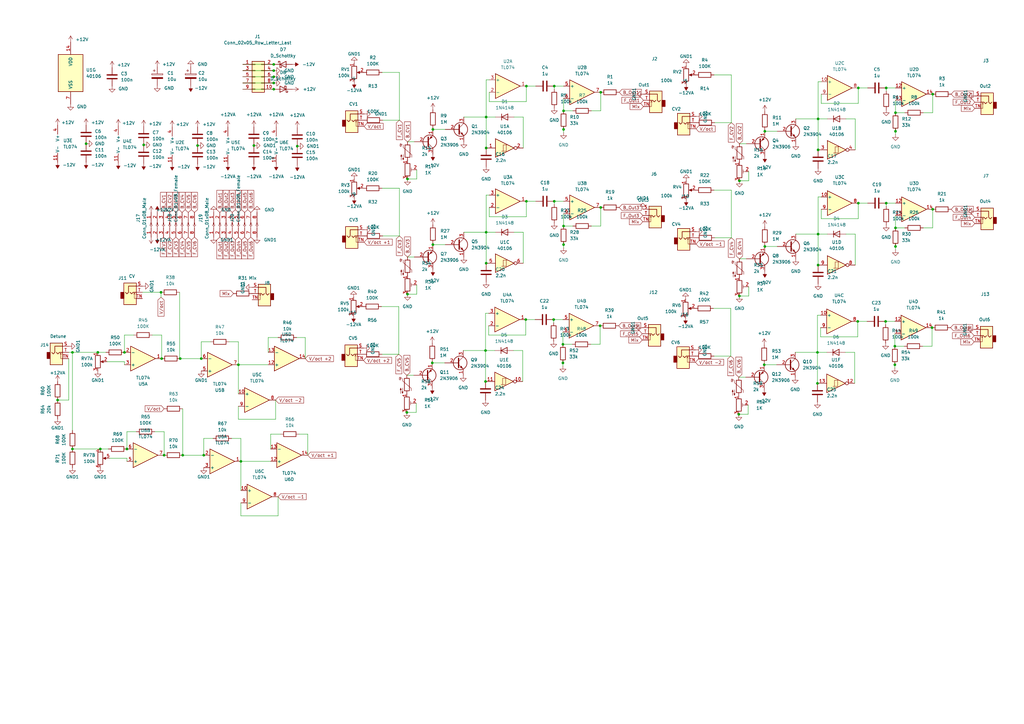
<source format=kicad_sch>
(kicad_sch (version 20210621) (generator eeschema)
  (paper "A3")
  (junction (at 23.622 164.084) (diameter 0.9144))
  (junction (at 29.718 144.526) (diameter 0.9144))
  (junction (at 29.718 184.15) (diameter 0.9144))
  (junction (at 35.306 58.928) (diameter 0.9144))
  (junction (at 40.132 144.526) (diameter 0.9144))
  (junction (at 41.148 184.15) (diameter 0.9144))
  (junction (at 51.054 144.526) (diameter 0.9144))
  (junction (at 52.07 184.15) (diameter 0.9144))
  (junction (at 58.928 59.436) (diameter 0.9144))
  (junction (at 66.04 119.888) (diameter 0.9144))
  (junction (at 66.294 147.066) (diameter 0.9144))
  (junction (at 67.31 186.69) (diameter 0.9144))
  (junction (at 73.914 147.066) (diameter 0.9144))
  (junction (at 74.93 186.69) (diameter 0.9144))
  (junction (at 81.026 59.69) (diameter 0.9144))
  (junction (at 82.55 147.066) (diameter 0.9144))
  (junction (at 83.566 186.69) (diameter 0.9144))
  (junction (at 97.79 149.606) (diameter 0.9144))
  (junction (at 98.806 189.23) (diameter 0.9144))
  (junction (at 104.14 59.69))
  (junction (at 112.268 26.416))
  (junction (at 112.268 28.956))
  (junction (at 112.268 31.496))
  (junction (at 112.268 34.036))
  (junction (at 112.268 36.576))
  (junction (at 121.92 59.944))
  (junction (at 166.878 169.164) (diameter 0.9144))
  (junction (at 167.132 73.406) (diameter 0.9144))
  (junction (at 167.132 120.65) (diameter 0.9144))
  (junction (at 177.292 148.844) (diameter 0.9144))
  (junction (at 177.546 53.086) (diameter 0.9144))
  (junction (at 177.546 100.33) (diameter 0.9144))
  (junction (at 199.136 143.764) (diameter 0.9144))
  (junction (at 199.136 156.464) (diameter 0.9144))
  (junction (at 199.39 48.006) (diameter 0.9144))
  (junction (at 199.39 60.706) (diameter 0.9144))
  (junction (at 199.39 95.25) (diameter 0.9144))
  (junction (at 199.39 107.95) (diameter 0.9144))
  (junction (at 215.646 131.064) (diameter 0.9144))
  (junction (at 215.9 35.306) (diameter 0.9144))
  (junction (at 215.9 82.55) (diameter 0.9144))
  (junction (at 227.076 131.064) (diameter 0.9144))
  (junction (at 227.33 35.306) (diameter 0.9144))
  (junction (at 227.33 82.55) (diameter 0.9144))
  (junction (at 230.886 141.224) (diameter 0.9144))
  (junction (at 230.886 148.844) (diameter 0.9144))
  (junction (at 231.14 45.466) (diameter 0.9144))
  (junction (at 231.14 53.086) (diameter 0.9144))
  (junction (at 231.14 92.71) (diameter 0.9144))
  (junction (at 231.14 100.33) (diameter 0.9144))
  (junction (at 246.126 133.604))
  (junction (at 246.38 37.846))
  (junction (at 246.38 85.09))
  (junction (at 303.022 169.926) (diameter 0.9144))
  (junction (at 303.276 74.168) (diameter 0.9144))
  (junction (at 303.276 121.412) (diameter 0.9144))
  (junction (at 313.436 149.606) (diameter 0.9144))
  (junction (at 313.69 53.848) (diameter 0.9144))
  (junction (at 313.69 101.092) (diameter 0.9144))
  (junction (at 335.28 144.526) (diameter 0.9144))
  (junction (at 335.28 157.226) (diameter 0.9144))
  (junction (at 335.534 48.768) (diameter 0.9144))
  (junction (at 335.534 61.468) (diameter 0.9144))
  (junction (at 335.534 96.012) (diameter 0.9144))
  (junction (at 335.534 108.712) (diameter 0.9144))
  (junction (at 351.79 131.826) (diameter 0.9144))
  (junction (at 352.044 36.068) (diameter 0.9144))
  (junction (at 352.044 83.312) (diameter 0.9144))
  (junction (at 363.22 131.826) (diameter 0.9144))
  (junction (at 363.474 36.068) (diameter 0.9144))
  (junction (at 363.474 83.312) (diameter 0.9144))
  (junction (at 367.03 141.986) (diameter 0.9144))
  (junction (at 367.03 149.606) (diameter 0.9144))
  (junction (at 367.284 46.228) (diameter 0.9144))
  (junction (at 367.284 53.848) (diameter 0.9144))
  (junction (at 367.284 93.472) (diameter 0.9144))
  (junction (at 367.284 101.092) (diameter 0.9144))
  (junction (at 382.27 134.366))
  (junction (at 382.524 38.608))
  (junction (at 382.524 85.852))
  (wire (pts (xy 28.194 144.526) (xy 29.718 144.526)))
  (wire (pts (xy 28.194 147.066) (xy 28.194 164.084)))
  (wire (pts (xy 28.194 164.084) (xy 23.622 164.084)))
  (wire (pts (xy 29.718 144.526) (xy 29.718 176.53)))
  (wire (pts (xy 29.718 144.526) (xy 40.132 144.526)))
  (wire (pts (xy 29.718 184.15) (xy 41.148 184.15)))
  (wire (pts (xy 40.132 144.526) (xy 43.434 144.526)))
  (wire (pts (xy 41.148 184.15) (xy 44.45 184.15)))
  (wire (pts (xy 43.942 148.336) (xy 51.054 148.336)))
  (wire (pts (xy 44.958 187.96) (xy 52.07 187.96)))
  (wire (pts (xy 51.054 137.414) (xy 51.054 144.526)))
  (wire (pts (xy 51.054 148.336) (xy 51.054 149.606)))
  (wire (pts (xy 52.07 177.038) (xy 52.07 184.15)))
  (wire (pts (xy 52.07 187.96) (xy 52.07 189.23)))
  (wire (pts (xy 54.864 137.414) (xy 51.054 137.414)))
  (wire (pts (xy 55.88 177.038) (xy 52.07 177.038)))
  (wire (pts (xy 58.42 119.888) (xy 66.04 119.888)))
  (wire (pts (xy 62.484 137.414) (xy 66.294 137.414)))
  (wire (pts (xy 63.5 177.038) (xy 67.31 177.038)))
  (wire (pts (xy 66.04 119.888) (xy 66.04 121.92)))
  (wire (pts (xy 66.294 137.414) (xy 66.294 147.066)))
  (wire (pts (xy 67.31 177.038) (xy 67.31 186.69)))
  (wire (pts (xy 73.66 119.888) (xy 73.66 147.066)))
  (wire (pts (xy 73.66 147.066) (xy 73.914 147.066)))
  (wire (pts (xy 73.914 147.066) (xy 82.55 147.066)))
  (wire (pts (xy 74.676 186.69) (xy 74.93 186.69)))
  (wire (pts (xy 74.93 167.64) (xy 74.93 186.69)))
  (wire (pts (xy 74.93 186.69) (xy 83.566 186.69)))
  (wire (pts (xy 82.55 140.208) (xy 82.55 147.066)))
  (wire (pts (xy 82.55 140.208) (xy 86.36 140.208)))
  (wire (pts (xy 83.566 179.832) (xy 83.566 186.69)))
  (wire (pts (xy 83.566 179.832) (xy 87.376 179.832)))
  (wire (pts (xy 93.98 140.208) (xy 97.79 140.208)))
  (wire (pts (xy 94.996 179.832) (xy 98.806 179.832)))
  (wire (pts (xy 97.79 140.208) (xy 97.79 149.606)))
  (wire (pts (xy 97.79 149.606) (xy 97.79 161.544)))
  (wire (pts (xy 97.79 149.606) (xy 109.982 149.606)))
  (wire (pts (xy 97.79 166.624) (xy 97.79 171.958)))
  (wire (pts (xy 97.79 171.958) (xy 113.03 171.958)))
  (wire (pts (xy 98.806 179.832) (xy 98.806 189.23)))
  (wire (pts (xy 98.806 189.23) (xy 98.806 201.168)))
  (wire (pts (xy 98.806 189.23) (xy 110.998 189.23)))
  (wire (pts (xy 98.806 206.248) (xy 98.806 211.582)))
  (wire (pts (xy 98.806 211.582) (xy 114.046 211.582)))
  (wire (pts (xy 99.568 26.416) (xy 112.268 26.416)))
  (wire (pts (xy 99.568 28.956) (xy 112.268 28.956)))
  (wire (pts (xy 99.568 31.496) (xy 112.268 31.496)))
  (wire (pts (xy 99.568 34.036) (xy 112.268 34.036)))
  (wire (pts (xy 99.568 36.576) (xy 112.268 36.576)))
  (wire (pts (xy 109.982 138.43) (xy 109.982 144.526)))
  (wire (pts (xy 110.998 178.054) (xy 110.998 184.15)))
  (wire (pts (xy 113.03 171.958) (xy 113.03 164.084)))
  (wire (pts (xy 114.046 138.43) (xy 109.982 138.43)))
  (wire (pts (xy 114.046 211.582) (xy 114.046 203.708)))
  (wire (pts (xy 115.062 178.054) (xy 110.998 178.054)))
  (wire (pts (xy 121.666 138.43) (xy 125.222 138.43)))
  (wire (pts (xy 122.682 178.054) (xy 126.238 178.054)))
  (wire (pts (xy 125.222 138.43) (xy 125.222 147.066)))
  (wire (pts (xy 126.238 178.054) (xy 126.238 186.69)))
  (wire (pts (xy 156.464 125.73) (xy 163.576 125.73)))
  (wire (pts (xy 156.718 29.718) (xy 163.83 29.718)))
  (wire (pts (xy 156.718 77.216) (xy 163.83 77.216)))
  (wire (pts (xy 156.718 145.288) (xy 163.576 145.288)))
  (wire (pts (xy 156.972 49.276) (xy 163.83 49.276)))
  (wire (pts (xy 156.972 96.774) (xy 163.83 96.774)))
  (wire (pts (xy 163.576 125.73) (xy 163.576 145.288)))
  (wire (pts (xy 163.83 29.718) (xy 163.83 49.276)))
  (wire (pts (xy 163.83 77.216) (xy 163.83 96.774)))
  (wire (pts (xy 169.672 153.924) (xy 166.878 153.924)))
  (wire (pts (xy 169.926 58.166) (xy 167.132 58.166)))
  (wire (pts (xy 169.926 105.41) (xy 167.132 105.41)))
  (wire (pts (xy 170.688 165.354) (xy 170.688 169.164)))
  (wire (pts (xy 170.688 169.164) (xy 166.878 169.164)))
  (wire (pts (xy 170.942 69.596) (xy 170.942 73.406)))
  (wire (pts (xy 170.942 73.406) (xy 167.132 73.406)))
  (wire (pts (xy 170.942 116.84) (xy 170.942 120.65)))
  (wire (pts (xy 170.942 120.65) (xy 167.132 120.65)))
  (wire (pts (xy 177.292 148.336) (xy 177.292 148.844)))
  (wire (pts (xy 177.292 148.844) (xy 182.372 148.844)))
  (wire (pts (xy 177.546 52.578) (xy 177.546 53.086)))
  (wire (pts (xy 177.546 53.086) (xy 182.626 53.086)))
  (wire (pts (xy 177.546 99.822) (xy 177.546 100.33)))
  (wire (pts (xy 177.546 100.33) (xy 182.626 100.33)))
  (wire (pts (xy 189.992 143.764) (xy 199.136 143.764)))
  (wire (pts (xy 190.246 48.006) (xy 199.39 48.006)))
  (wire (pts (xy 190.246 95.25) (xy 199.39 95.25)))
  (wire (pts (xy 199.136 128.524) (xy 199.136 143.764)))
  (wire (pts (xy 199.136 143.764) (xy 199.136 156.464)))
  (wire (pts (xy 199.136 143.764) (xy 202.946 143.764)))
  (wire (pts (xy 199.136 156.464) (xy 199.136 156.718)))
  (wire (pts (xy 199.39 32.766) (xy 199.39 48.006)))
  (wire (pts (xy 199.39 48.006) (xy 199.39 60.706)))
  (wire (pts (xy 199.39 48.006) (xy 203.2 48.006)))
  (wire (pts (xy 199.39 60.706) (xy 199.39 60.96)))
  (wire (pts (xy 199.39 80.01) (xy 199.39 95.25)))
  (wire (pts (xy 199.39 95.25) (xy 199.39 107.95)))
  (wire (pts (xy 199.39 95.25) (xy 203.2 95.25)))
  (wire (pts (xy 199.39 107.95) (xy 199.39 108.204)))
  (wire (pts (xy 200.406 128.524) (xy 199.136 128.524)))
  (wire (pts (xy 200.406 133.604) (xy 200.406 137.414)))
  (wire (pts (xy 200.406 137.414) (xy 215.646 137.414)))
  (wire (pts (xy 200.66 32.766) (xy 199.39 32.766)))
  (wire (pts (xy 200.66 37.846) (xy 200.66 41.656)))
  (wire (pts (xy 200.66 41.656) (xy 215.9 41.656)))
  (wire (pts (xy 200.66 80.01) (xy 199.39 80.01)))
  (wire (pts (xy 200.66 85.09) (xy 200.66 88.9)))
  (wire (pts (xy 200.66 88.9) (xy 215.9 88.9)))
  (wire (pts (xy 210.566 143.764) (xy 214.376 143.764)))
  (wire (pts (xy 210.82 48.006) (xy 214.63 48.006)))
  (wire (pts (xy 210.82 95.25) (xy 214.63 95.25)))
  (wire (pts (xy 214.376 143.764) (xy 214.376 156.464)))
  (wire (pts (xy 214.63 48.006) (xy 214.63 60.706)))
  (wire (pts (xy 214.63 95.25) (xy 214.63 107.95)))
  (wire (pts (xy 215.646 131.064) (xy 219.456 131.064)))
  (wire (pts (xy 215.646 137.414) (xy 215.646 131.064)))
  (wire (pts (xy 215.9 35.306) (xy 219.71 35.306)))
  (wire (pts (xy 215.9 41.656) (xy 215.9 35.306)))
  (wire (pts (xy 215.9 82.55) (xy 219.71 82.55)))
  (wire (pts (xy 215.9 88.9) (xy 215.9 82.55)))
  (wire (pts (xy 227.076 131.064) (xy 227.076 132.334)))
  (wire (pts (xy 227.076 131.064) (xy 230.886 131.064)))
  (wire (pts (xy 227.33 35.306) (xy 227.33 36.576)))
  (wire (pts (xy 227.33 35.306) (xy 231.14 35.306)))
  (wire (pts (xy 227.33 82.55) (xy 227.33 83.82)))
  (wire (pts (xy 227.33 82.55) (xy 231.14 82.55)))
  (wire (pts (xy 230.886 136.144) (xy 230.886 141.224)))
  (wire (pts (xy 230.886 141.224) (xy 234.696 141.224)))
  (wire (pts (xy 230.886 147.574) (xy 230.886 148.844)))
  (wire (pts (xy 230.886 148.844) (xy 230.886 150.114)))
  (wire (pts (xy 231.14 40.386) (xy 231.14 45.466)))
  (wire (pts (xy 231.14 45.466) (xy 234.95 45.466)))
  (wire (pts (xy 231.14 51.816) (xy 231.14 53.086)))
  (wire (pts (xy 231.14 53.086) (xy 231.14 54.356)))
  (wire (pts (xy 231.14 87.63) (xy 231.14 92.71)))
  (wire (pts (xy 231.14 92.71) (xy 234.95 92.71)))
  (wire (pts (xy 231.14 99.06) (xy 231.14 100.33)))
  (wire (pts (xy 231.14 100.33) (xy 231.14 101.6)))
  (wire (pts (xy 242.316 141.224) (xy 246.126 141.224)))
  (wire (pts (xy 242.57 45.466) (xy 246.38 45.466)))
  (wire (pts (xy 242.57 92.71) (xy 246.38 92.71)))
  (wire (pts (xy 246.126 141.224) (xy 246.126 133.604)))
  (wire (pts (xy 246.38 45.466) (xy 246.38 37.846)))
  (wire (pts (xy 246.38 92.71) (xy 246.38 85.09)))
  (wire (pts (xy 292.608 126.492) (xy 299.72 126.492)))
  (wire (pts (xy 292.862 30.734) (xy 299.974 30.734)))
  (wire (pts (xy 292.862 77.978) (xy 299.974 77.978)))
  (wire (pts (xy 292.862 146.05) (xy 299.72 146.05)))
  (wire (pts (xy 293.116 50.292) (xy 299.974 50.292)))
  (wire (pts (xy 293.116 97.536) (xy 299.974 97.536)))
  (wire (pts (xy 299.72 126.492) (xy 299.72 146.05)))
  (wire (pts (xy 299.974 30.734) (xy 299.974 50.292)))
  (wire (pts (xy 299.974 77.978) (xy 299.974 97.536)))
  (wire (pts (xy 305.816 154.686) (xy 303.022 154.686)))
  (wire (pts (xy 306.07 58.928) (xy 303.276 58.928)))
  (wire (pts (xy 306.07 106.172) (xy 303.276 106.172)))
  (wire (pts (xy 306.832 166.116) (xy 306.832 169.926)))
  (wire (pts (xy 306.832 169.926) (xy 303.022 169.926)))
  (wire (pts (xy 307.086 70.358) (xy 307.086 74.168)))
  (wire (pts (xy 307.086 74.168) (xy 303.276 74.168)))
  (wire (pts (xy 307.086 117.602) (xy 307.086 121.412)))
  (wire (pts (xy 307.086 121.412) (xy 303.276 121.412)))
  (wire (pts (xy 313.436 149.098) (xy 313.436 149.606)))
  (wire (pts (xy 313.436 149.606) (xy 318.516 149.606)))
  (wire (pts (xy 313.69 53.34) (xy 313.69 53.848)))
  (wire (pts (xy 313.69 53.848) (xy 318.77 53.848)))
  (wire (pts (xy 313.69 100.584) (xy 313.69 101.092)))
  (wire (pts (xy 313.69 101.092) (xy 318.77 101.092)))
  (wire (pts (xy 326.136 144.526) (xy 335.28 144.526)))
  (wire (pts (xy 326.39 48.768) (xy 335.534 48.768)))
  (wire (pts (xy 326.39 96.012) (xy 335.534 96.012)))
  (wire (pts (xy 335.28 129.286) (xy 335.28 144.526)))
  (wire (pts (xy 335.28 144.526) (xy 335.28 157.226)))
  (wire (pts (xy 335.28 144.526) (xy 339.09 144.526)))
  (wire (pts (xy 335.28 157.226) (xy 335.28 157.48)))
  (wire (pts (xy 335.534 33.528) (xy 335.534 48.768)))
  (wire (pts (xy 335.534 48.768) (xy 335.534 61.468)))
  (wire (pts (xy 335.534 48.768) (xy 339.344 48.768)))
  (wire (pts (xy 335.534 61.468) (xy 335.534 61.722)))
  (wire (pts (xy 335.534 80.772) (xy 335.534 96.012)))
  (wire (pts (xy 335.534 96.012) (xy 335.534 108.712)))
  (wire (pts (xy 335.534 96.012) (xy 339.344 96.012)))
  (wire (pts (xy 335.534 108.712) (xy 335.534 108.966)))
  (wire (pts (xy 336.55 129.286) (xy 335.28 129.286)))
  (wire (pts (xy 336.55 134.366) (xy 336.55 138.176)))
  (wire (pts (xy 336.55 138.176) (xy 351.79 138.176)))
  (wire (pts (xy 336.804 33.528) (xy 335.534 33.528)))
  (wire (pts (xy 336.804 38.608) (xy 336.804 42.418)))
  (wire (pts (xy 336.804 42.418) (xy 352.044 42.418)))
  (wire (pts (xy 336.804 80.772) (xy 335.534 80.772)))
  (wire (pts (xy 336.804 85.852) (xy 336.804 89.662)))
  (wire (pts (xy 336.804 89.662) (xy 352.044 89.662)))
  (wire (pts (xy 346.71 144.526) (xy 350.52 144.526)))
  (wire (pts (xy 346.964 48.768) (xy 350.774 48.768)))
  (wire (pts (xy 346.964 96.012) (xy 350.774 96.012)))
  (wire (pts (xy 350.52 144.526) (xy 350.52 157.226)))
  (wire (pts (xy 350.774 48.768) (xy 350.774 61.468)))
  (wire (pts (xy 350.774 96.012) (xy 350.774 108.712)))
  (wire (pts (xy 351.79 131.826) (xy 355.6 131.826)))
  (wire (pts (xy 351.79 138.176) (xy 351.79 131.826)))
  (wire (pts (xy 352.044 36.068) (xy 355.854 36.068)))
  (wire (pts (xy 352.044 42.418) (xy 352.044 36.068)))
  (wire (pts (xy 352.044 83.312) (xy 355.854 83.312)))
  (wire (pts (xy 352.044 89.662) (xy 352.044 83.312)))
  (wire (pts (xy 363.22 131.826) (xy 363.22 133.096)))
  (wire (pts (xy 363.22 131.826) (xy 367.03 131.826)))
  (wire (pts (xy 363.474 36.068) (xy 363.474 37.338)))
  (wire (pts (xy 363.474 36.068) (xy 367.284 36.068)))
  (wire (pts (xy 363.474 83.312) (xy 363.474 84.582)))
  (wire (pts (xy 363.474 83.312) (xy 367.284 83.312)))
  (wire (pts (xy 367.03 136.906) (xy 367.03 141.986)))
  (wire (pts (xy 367.03 141.986) (xy 370.84 141.986)))
  (wire (pts (xy 367.03 148.336) (xy 367.03 149.606)))
  (wire (pts (xy 367.03 149.606) (xy 367.03 150.876)))
  (wire (pts (xy 367.284 41.148) (xy 367.284 46.228)))
  (wire (pts (xy 367.284 46.228) (xy 371.094 46.228)))
  (wire (pts (xy 367.284 52.578) (xy 367.284 53.848)))
  (wire (pts (xy 367.284 53.848) (xy 367.284 55.118)))
  (wire (pts (xy 367.284 88.392) (xy 367.284 93.472)))
  (wire (pts (xy 367.284 93.472) (xy 371.094 93.472)))
  (wire (pts (xy 367.284 99.822) (xy 367.284 101.092)))
  (wire (pts (xy 367.284 101.092) (xy 367.284 102.362)))
  (wire (pts (xy 378.46 141.986) (xy 382.27 141.986)))
  (wire (pts (xy 378.714 46.228) (xy 382.524 46.228)))
  (wire (pts (xy 378.714 93.472) (xy 382.524 93.472)))
  (wire (pts (xy 382.27 141.986) (xy 382.27 134.366)))
  (wire (pts (xy 382.524 46.228) (xy 382.524 38.608)))
  (wire (pts (xy 382.524 93.472) (xy 382.524 85.852)))
  (global_label "V{slash}oct" (shape input) (at 66.04 121.92 270) (property "Intersheet References" "${INTERSHEET_REFS}" (effects hide)))
  (global_label "B_CV1" (shape input) (at 67.056 87.122 90) (property "Intersheet References" "${INTERSHEET_REFS}" (effects hide)))
  (global_label "F_CV1" (shape input) (at 67.056 97.282 270) (property "Intersheet References" "${INTERSHEET_REFS}" (effects hide)))
  (global_label "V{slash}oct" (shape input) (at 67.31 167.64 180) (property "Intersheet References" "${INTERSHEET_REFS}" (effects hide)))
  (global_label "B_CV2" (shape input) (at 69.596 87.122 90) (property "Intersheet References" "${INTERSHEET_REFS}" (effects hide)))
  (global_label "F_CV2" (shape input) (at 69.596 97.282 270) (property "Intersheet References" "${INTERSHEET_REFS}" (effects hide)))
  (global_label "B_CV3" (shape input) (at 72.136 87.122 90) (property "Intersheet References" "${INTERSHEET_REFS}" (effects hide)))
  (global_label "F_CV3" (shape input) (at 72.136 97.282 270) (property "Intersheet References" "${INTERSHEET_REFS}" (effects hide)))
  (global_label "B_CV4" (shape input) (at 74.676 87.122 90) (property "Intersheet References" "${INTERSHEET_REFS}" (effects hide)))
  (global_label "F_CV4" (shape input) (at 74.676 97.282 270) (property "Intersheet References" "${INTERSHEET_REFS}" (effects hide)))
  (global_label "B_CV5" (shape input) (at 77.216 87.122 90) (property "Intersheet References" "${INTERSHEET_REFS}" (effects hide)))
  (global_label "F_CV5" (shape input) (at 77.216 97.282 270) (property "Intersheet References" "${INTERSHEET_REFS}" (effects hide)))
  (global_label "B_CV6" (shape input) (at 79.756 87.122 90) (property "Intersheet References" "${INTERSHEET_REFS}" (effects hide)))
  (global_label "F_CV6" (shape input) (at 79.756 97.282 270) (property "Intersheet References" "${INTERSHEET_REFS}" (effects hide)))
  (global_label "B_Out1" (shape input) (at 90.17 87.122 90) (property "Intersheet References" "${INTERSHEET_REFS}" (effects hide)))
  (global_label "F_Out1" (shape input) (at 90.17 97.282 270) (property "Intersheet References" "${INTERSHEET_REFS}" (effects hide)))
  (global_label "B_Out2" (shape input) (at 92.71 87.122 90) (property "Intersheet References" "${INTERSHEET_REFS}" (effects hide)))
  (global_label "F_Out2" (shape input) (at 92.71 97.282 270) (property "Intersheet References" "${INTERSHEET_REFS}" (effects hide)))
  (global_label "B_Out3" (shape input) (at 95.25 87.122 90) (property "Intersheet References" "${INTERSHEET_REFS}" (effects hide)))
  (global_label "F_Out3" (shape input) (at 95.25 97.282 270) (property "Intersheet References" "${INTERSHEET_REFS}" (effects hide)))
  (global_label "Mix" (shape input) (at 95.758 120.396 180) (property "Intersheet References" "${INTERSHEET_REFS}" (effects hide)))
  (global_label "B_Out4" (shape input) (at 97.79 87.122 90) (property "Intersheet References" "${INTERSHEET_REFS}" (effects hide)))
  (global_label "F_Out4" (shape input) (at 97.79 97.282 270) (property "Intersheet References" "${INTERSHEET_REFS}" (effects hide)))
  (global_label "B_Out5" (shape input) (at 100.33 87.122 90) (property "Intersheet References" "${INTERSHEET_REFS}" (effects hide)))
  (global_label "F_Out5" (shape input) (at 100.33 97.282 270) (property "Intersheet References" "${INTERSHEET_REFS}" (effects hide)))
  (global_label "B_Out6" (shape input) (at 102.87 87.122 90) (property "Intersheet References" "${INTERSHEET_REFS}" (effects hide)))
  (global_label "F_Out6" (shape input) (at 102.87 97.282 270) (property "Intersheet References" "${INTERSHEET_REFS}" (effects hide)))
  (global_label "V{slash}oct -2" (shape input) (at 113.03 164.084 0) (property "Intersheet References" "${INTERSHEET_REFS}" (effects hide)))
  (global_label "V{slash}oct -1" (shape input) (at 114.046 203.708 0) (property "Intersheet References" "${INTERSHEET_REFS}" (effects hide)))
  (global_label "V{slash}oct +2" (shape input) (at 125.222 147.066 0) (property "Intersheet References" "${INTERSHEET_REFS}" (effects hide)))
  (global_label "V{slash}oct +1" (shape input) (at 126.238 186.69 0) (property "Intersheet References" "${INTERSHEET_REFS}" (effects hide)))
  (global_label "V{slash}oct +2" (shape input) (at 149.098 147.828 0) (property "Intersheet References" "${INTERSHEET_REFS}" (effects hide)))
  (global_label "V{slash}oct" (shape input) (at 149.352 51.816 0) (property "Intersheet References" "${INTERSHEET_REFS}" (effects hide)))
  (global_label "V{slash}oct +1" (shape input) (at 149.352 99.314 0) (property "Intersheet References" "${INTERSHEET_REFS}" (effects hide)))
  (global_label "F_CV5" (shape input) (at 163.576 145.288 270) (property "Intersheet References" "${INTERSHEET_REFS}" (effects hide)))
  (global_label "F_CV1" (shape input) (at 163.83 49.276 270) (property "Intersheet References" "${INTERSHEET_REFS}" (effects hide)))
  (global_label "F_CV3" (shape input) (at 163.83 96.774 270) (property "Intersheet References" "${INTERSHEET_REFS}" (effects hide)))
  (global_label "B_CV5" (shape input) (at 166.878 153.924 90) (property "Intersheet References" "${INTERSHEET_REFS}" (effects hide)))
  (global_label "B_CV1" (shape input) (at 167.132 58.166 90) (property "Intersheet References" "${INTERSHEET_REFS}" (effects hide)))
  (global_label "B_CV3" (shape input) (at 167.132 105.41 90) (property "Intersheet References" "${INTERSHEET_REFS}" (effects hide)))
  (global_label "B_Out5" (shape input) (at 253.746 133.604 0) (property "Intersheet References" "${INTERSHEET_REFS}" (effects hide)))
  (global_label "B_Out1" (shape input) (at 254 37.846 0) (property "Intersheet References" "${INTERSHEET_REFS}" (effects hide)))
  (global_label "B_Out3" (shape input) (at 254 85.09 0) (property "Intersheet References" "${INTERSHEET_REFS}" (effects hide)))
  (global_label "F_Out5" (shape input) (at 263.398 136.906 180) (property "Intersheet References" "${INTERSHEET_REFS}" (effects hide)))
  (global_label "Mix" (shape input) (at 263.398 139.446 180) (property "Intersheet References" "${INTERSHEET_REFS}" (effects hide)))
  (global_label "F_Out3" (shape input) (at 263.652 88.392 180) (property "Intersheet References" "${INTERSHEET_REFS}" (effects hide)))
  (global_label "Mix" (shape input) (at 263.652 90.932 180) (property "Intersheet References" "${INTERSHEET_REFS}" (effects hide)))
  (global_label "F_Out1" (shape input) (at 263.906 41.148 180) (property "Intersheet References" "${INTERSHEET_REFS}" (effects hide)))
  (global_label "Mix" (shape input) (at 263.906 43.688 180) (property "Intersheet References" "${INTERSHEET_REFS}" (effects hide)))
  (global_label "V{slash}oct -2" (shape input) (at 285.242 148.59 0) (property "Intersheet References" "${INTERSHEET_REFS}" (effects hide)))
  (global_label "V{slash}oct" (shape input) (at 285.496 52.832 0) (property "Intersheet References" "${INTERSHEET_REFS}" (effects hide)))
  (global_label "V{slash}oct -1" (shape input) (at 285.496 100.076 0) (property "Intersheet References" "${INTERSHEET_REFS}" (effects hide)))
  (global_label "F_CV6" (shape input) (at 299.72 146.05 270) (property "Intersheet References" "${INTERSHEET_REFS}" (effects hide)))
  (global_label "F_CV2" (shape input) (at 299.974 50.292 270) (property "Intersheet References" "${INTERSHEET_REFS}" (effects hide)))
  (global_label "F_CV4" (shape input) (at 299.974 97.536 270) (property "Intersheet References" "${INTERSHEET_REFS}" (effects hide)))
  (global_label "B_CV6" (shape input) (at 303.022 154.686 90) (property "Intersheet References" "${INTERSHEET_REFS}" (effects hide)))
  (global_label "B_CV2" (shape input) (at 303.276 58.928 90) (property "Intersheet References" "${INTERSHEET_REFS}" (effects hide)))
  (global_label "B_CV4" (shape input) (at 303.276 106.172 90) (property "Intersheet References" "${INTERSHEET_REFS}" (effects hide)))
  (global_label "B_Out6" (shape input) (at 389.89 134.366 0) (property "Intersheet References" "${INTERSHEET_REFS}" (effects hide)))
  (global_label "B_Out2" (shape input) (at 390.144 38.608 0) (property "Intersheet References" "${INTERSHEET_REFS}" (effects hide)))
  (global_label "B_Out4" (shape input) (at 390.144 85.852 0) (property "Intersheet References" "${INTERSHEET_REFS}" (effects hide)))
  (global_label "F_Out6" (shape input) (at 399.542 137.668 180) (property "Intersheet References" "${INTERSHEET_REFS}" (effects hide)))
  (global_label "Mix" (shape input) (at 399.542 140.208 180) (property "Intersheet References" "${INTERSHEET_REFS}" (effects hide)))
  (global_label "F_Out2" (shape input) (at 399.796 41.91 180) (property "Intersheet References" "${INTERSHEET_REFS}" (effects hide)))
  (global_label "Mix" (shape input) (at 399.796 44.45 180) (property "Intersheet References" "${INTERSHEET_REFS}" (effects hide)))
  (global_label "F_Out4" (shape input) (at 399.796 89.154 180) (property "Intersheet References" "${INTERSHEET_REFS}" (effects hide)))
  (global_label "Mix" (shape input) (at 399.796 91.694 180) (property "Intersheet References" "${INTERSHEET_REFS}" (effects hide)))
  (symbol (lib_id "power:+12V") (at 23.622 51.308 0) (unit 1)
    (property "Reference" "#PWR029" (effects hide))
    (property "Value" "+12V" (at 25.146 50.2284 0) (effects (justify left)))
  )
  (symbol (lib_id "power:-12V") (at 23.622 66.548 180) (unit 1)
    (property "Reference" "#PWR052" (effects hide))
    (property "Value" "-12V" (at 25.654 67.6274 0) (effects (justify right)))
  )
  (symbol (lib_id "power:+12VA") (at 23.622 156.464 0) (unit 1)
    (property "Reference" "#PWR0109" (effects hide))
    (property "Value" "+12VA" (at 23.622 152.908 0))
  )
  (symbol (lib_id "power:+12V") (at 28.956 17.272 0) (unit 1)
    (property "Reference" "#PWR01" (effects hide))
    (property "Value" "+12V" (at 30.988 16.1924 0) (effects (justify left)))
  )
  (symbol (lib_id "power:+12V") (at 35.306 51.308 0) (unit 1)
    (property "Reference" "#PWR030" (effects hide))
    (property "Value" "+12V" (at 37.338 50.2284 0) (effects (justify left)))
  )
  (symbol (lib_id "power:-12V") (at 35.306 66.548 180) (unit 1)
    (property "Reference" "#PWR053" (effects hide))
    (property "Value" "-12V" (at 37.338 67.6274 0) (effects (justify right)))
  )
  (symbol (lib_id "power:+12V") (at 45.974 27.686 0) (unit 1)
    (property "Reference" "#PWR06" (effects hide))
    (property "Value" "+12V" (at 48.006 26.6064 0) (effects (justify left)))
  )
  (symbol (lib_id "power:+12V") (at 48.514 51.562 0) (unit 1)
    (property "Reference" "#PWR031" (effects hide))
    (property "Value" "+12V" (at 50.038 50.4824 0) (effects (justify left)))
  )
  (symbol (lib_id "power:-12V") (at 48.514 66.802 180) (unit 1)
    (property "Reference" "#PWR054" (effects hide))
    (property "Value" "-12V" (at 50.546 67.8814 0) (effects (justify right)))
  )
  (symbol (lib_id "power:+12V") (at 58.928 51.816 0) (unit 1)
    (property "Reference" "#PWR032" (effects hide))
    (property "Value" "+12V" (at 60.96 50.7364 0) (effects (justify left)))
  )
  (symbol (lib_id "power:-12V") (at 58.928 67.056 180) (unit 1)
    (property "Reference" "#PWR055" (effects hide))
    (property "Value" "-12V" (at 60.96 68.1354 0) (effects (justify right)))
  )
  (symbol (lib_id "power:+12V") (at 61.976 87.122 0) (unit 1)
    (property "Reference" "#PWR0136" (effects hide))
    (property "Value" "+12V" (at 64.008 86.0424 0) (effects (justify left)))
  )
  (symbol (lib_id "power:+12VA") (at 61.976 97.282 180) (unit 1)
    (property "Reference" "#PWR0134" (effects hide))
    (property "Value" "+12VA" (at 63.754 98.3614 0) (effects (justify right)))
  )
  (symbol (lib_id "power:+12V") (at 64.516 27.432 0) (unit 1)
    (property "Reference" "#PWR04" (effects hide))
    (property "Value" "+12V" (at 66.548 26.3524 0) (effects (justify left)))
  )
  (symbol (lib_id "power:-12V") (at 64.516 87.122 0) (unit 1)
    (property "Reference" "#PWR0135" (effects hide))
    (property "Value" "-12V" (at 66.04 86.0424 0) (effects (justify left)))
  )
  (symbol (lib_id "power:-12VA") (at 64.516 97.282 180) (unit 1)
    (property "Reference" "#PWR0132" (effects hide))
    (property "Value" "-12VA" (at 64.516 102.362 0))
  )
  (symbol (lib_id "power:+12V") (at 70.612 52.07 0) (unit 1)
    (property "Reference" "#PWR033" (effects hide))
    (property "Value" "+12V" (at 72.136 50.9904 0) (effects (justify left)))
  )
  (symbol (lib_id "power:-12V") (at 70.612 67.31 180) (unit 1)
    (property "Reference" "#PWR056" (effects hide))
    (property "Value" "-12V" (at 72.644 68.3894 0) (effects (justify right)))
  )
  (symbol (lib_id "power:-12V") (at 78.232 35.052 180) (unit 1)
    (property "Reference" "#PWR015" (effects hide))
    (property "Value" "-12V" (at 79.756 36.1314 0) (effects (justify right)))
  )
  (symbol (lib_id "power:+12V") (at 81.026 52.07 0) (unit 1)
    (property "Reference" "#PWR034" (effects hide))
    (property "Value" "+12V" (at 83.058 50.9904 0) (effects (justify left)))
  )
  (symbol (lib_id "power:-12V") (at 81.026 67.31 180) (unit 1)
    (property "Reference" "#PWR057" (effects hide))
    (property "Value" "-12V" (at 83.058 68.3894 0) (effects (justify right)))
  )
  (symbol (lib_id "power:+12VA") (at 93.472 52.07 0) (unit 1)
    (property "Reference" "#PWR0120" (effects hide))
    (property "Value" "+12VA" (at 93.472 46.99 0))
  )
  (symbol (lib_id "power:-12VA") (at 93.472 67.31 180) (unit 1)
    (property "Reference" "#PWR0123" (effects hide))
    (property "Value" "-12VA" (at 93.472 72.39 0))
  )
  (symbol (lib_id "power:+12VA") (at 104.14 52.07 0) (unit 1)
    (property "Reference" "#PWR0122" (effects hide))
    (property "Value" "+12VA" (at 104.14 46.99 0))
  )
  (symbol (lib_id "power:-12VA") (at 104.14 67.31 180) (unit 1)
    (property "Reference" "#PWR0126" (effects hide))
    (property "Value" "-12VA" (at 104.14 72.39 0))
  )
  (symbol (lib_id "power:+12VA") (at 113.284 52.07 0) (unit 1)
    (property "Reference" "#PWR0128" (effects hide))
    (property "Value" "+12VA" (at 113.284 46.99 0))
  )
  (symbol (lib_id "power:-12VA") (at 113.284 67.31 180) (unit 1)
    (property "Reference" "#PWR0129" (effects hide))
    (property "Value" "-12VA" (at 113.284 72.39 0))
  )
  (symbol (lib_id "power:-12V") (at 119.888 26.416 270) (unit 1)
    (property "Reference" "#PWR03" (effects hide))
    (property "Value" "-12V" (at 123.952 26.4159 90) (effects (justify left)))
  )
  (symbol (lib_id "power:+12V") (at 119.888 36.576 270) (unit 1)
    (property "Reference" "#PWR021" (effects hide))
    (property "Value" "+12V" (at 124.206 36.5759 90) (effects (justify left)))
  )
  (symbol (lib_id "power:+12VA") (at 121.92 52.324 0) (unit 1)
    (property "Reference" "#PWR0131" (effects hide))
    (property "Value" "+12VA" (at 121.92 47.244 0))
  )
  (symbol (lib_id "power:-12VA") (at 121.92 67.564 180) (unit 1)
    (property "Reference" "#PWR0130" (effects hide))
    (property "Value" "-12VA" (at 121.92 72.644 0))
  )
  (symbol (lib_id "power:-12VA") (at 145.034 129.54 180) (unit 1)
    (property "Reference" "#PWR094" (effects hide))
    (property "Value" "-12VA" (at 145.034 133.096 0))
  )
  (symbol (lib_id "power:-12VA") (at 145.288 33.528 180) (unit 1)
    (property "Reference" "#PWR022" (effects hide))
    (property "Value" "-12VA" (at 145.288 37.084 0))
  )
  (symbol (lib_id "power:-12VA") (at 145.288 81.026 180) (unit 1)
    (property "Reference" "#PWR070" (effects hide))
    (property "Value" "-12VA" (at 145.288 84.582 0))
  )
  (symbol (lib_id "power:+12V") (at 177.292 140.716 0) (unit 1)
    (property "Reference" "#PWR097" (effects hide))
    (property "Value" "+12V" (at 177.292 135.89 0))
  )
  (symbol (lib_id "power:-12V") (at 177.292 159.004 180) (unit 1)
    (property "Reference" "#PWR0110" (effects hide))
    (property "Value" "-12V" (at 177.292 163.576 0))
  )
  (symbol (lib_id "power:+12V") (at 177.546 44.958 0) (unit 1)
    (property "Reference" "#PWR026" (effects hide))
    (property "Value" "+12V" (at 177.546 40.132 0))
  )
  (symbol (lib_id "power:-12V") (at 177.546 63.246 180) (unit 1)
    (property "Reference" "#PWR050" (effects hide))
    (property "Value" "-12V" (at 177.546 67.818 0))
  )
  (symbol (lib_id "power:+12V") (at 177.546 92.202 0) (unit 1)
    (property "Reference" "#PWR073" (effects hide))
    (property "Value" "+12V" (at 177.546 87.376 0))
  )
  (symbol (lib_id "power:-12V") (at 177.546 110.49 180) (unit 1)
    (property "Reference" "#PWR083" (effects hide))
    (property "Value" "-12V" (at 177.546 115.062 0))
  )
  (symbol (lib_id "power:-12VA") (at 281.178 130.302 180) (unit 1)
    (property "Reference" "#PWR095" (effects hide))
    (property "Value" "-12VA" (at 281.178 133.858 0))
  )
  (symbol (lib_id "power:-12VA") (at 281.432 34.544 180) (unit 1)
    (property "Reference" "#PWR024" (effects hide))
    (property "Value" "-12VA" (at 281.432 38.1 0))
  )
  (symbol (lib_id "power:-12VA") (at 281.432 81.788 180) (unit 1)
    (property "Reference" "#PWR071" (effects hide))
    (property "Value" "-12VA" (at 281.432 85.344 0))
  )
  (symbol (lib_id "power:+12V") (at 313.436 141.478 0) (unit 1)
    (property "Reference" "#PWR099" (effects hide))
    (property "Value" "+12V" (at 313.436 136.652 0))
  )
  (symbol (lib_id "power:-12V") (at 313.436 159.766 180) (unit 1)
    (property "Reference" "#PWR0111" (effects hide))
    (property "Value" "-12V" (at 313.436 164.338 0))
  )
  (symbol (lib_id "power:+12V") (at 313.69 45.72 0) (unit 1)
    (property "Reference" "#PWR028" (effects hide))
    (property "Value" "+12V" (at 313.69 40.894 0))
  )
  (symbol (lib_id "power:-12V") (at 313.69 64.008 180) (unit 1)
    (property "Reference" "#PWR051" (effects hide))
    (property "Value" "-12V" (at 313.69 68.58 0))
  )
  (symbol (lib_id "power:+12V") (at 313.69 92.964 0) (unit 1)
    (property "Reference" "#PWR075" (effects hide))
    (property "Value" "+12V" (at 313.69 88.138 0))
  )
  (symbol (lib_id "power:-12V") (at 313.69 111.252 180) (unit 1)
    (property "Reference" "#PWR084" (effects hide))
    (property "Value" "-12V" (at 313.69 115.824 0))
  )
  (symbol (lib_id "power:GND1") (at 23.622 171.704 0) (unit 1)
    (property "Reference" "#PWR0116" (effects hide))
    (property "Value" "GND1" (at 23.622 175.514 0))
  )
  (symbol (lib_id "power:GND1") (at 28.194 141.986 90) (unit 1)
    (property "Reference" "#PWR0100" (effects hide))
    (property "Value" "GND1" (at 32.004 141.986 0))
  )
  (symbol (lib_id "power:GND") (at 28.956 42.672 0) (unit 1)
    (property "Reference" "#PWR023" (effects hide))
    (property "Value" "GND" (at 31.496 43.7514 0) (effects (justify left)))
  )
  (symbol (lib_id "power:GND1") (at 29.718 191.77 0) (unit 1)
    (property "Reference" "#PWR0117" (effects hide))
    (property "Value" "GND1" (at 29.718 195.58 0))
  )
  (symbol (lib_id "power:GND") (at 35.306 58.928 90) (unit 1)
    (property "Reference" "#PWR044" (effects hide))
    (property "Value" "GND" (at 38.862 58.9279 90) (effects (justify right)))
  )
  (symbol (lib_id "power:GND1") (at 40.132 152.146 0) (unit 1)
    (property "Reference" "#PWR0104" (effects hide))
    (property "Value" "GND1" (at 40.132 155.956 0))
  )
  (symbol (lib_id "power:GND1") (at 41.148 191.77 0) (unit 1)
    (property "Reference" "#PWR0118" (effects hide))
    (property "Value" "GND1" (at 41.148 195.58 0))
  )
  (symbol (lib_id "power:GND") (at 45.974 35.306 0) (unit 1)
    (property "Reference" "#PWR016" (effects hide))
    (property "Value" "GND" (at 48.514 36.3854 0) (effects (justify left)))
  )
  (symbol (lib_id "power:GND1") (at 58.42 117.348 90) (unit 1)
    (property "Reference" "#PWR087" (effects hide))
    (property "Value" "GND1" (at 62.23 117.348 0))
  )
  (symbol (lib_id "power:GND") (at 58.928 59.436 90) (unit 1)
    (property "Reference" "#PWR046" (effects hide))
    (property "Value" "GND" (at 62.484 59.4359 90) (effects (justify right)))
  )
  (symbol (lib_id "power:GND") (at 64.516 35.052 0) (unit 1)
    (property "Reference" "#PWR014" (effects hide))
    (property "Value" "GND" (at 67.31 36.1314 0) (effects (justify left)))
  )
  (symbol (lib_id "power:GND") (at 78.232 27.432 180) (unit 1)
    (property "Reference" "#PWR05" (effects hide))
    (property "Value" "GND" (at 81.026 26.3524 0) (effects (justify right)))
  )
  (symbol (lib_id "power:GND") (at 81.026 59.69 90) (unit 1)
    (property "Reference" "#PWR047" (effects hide))
    (property "Value" "GND" (at 84.582 59.6899 90) (effects (justify right)))
  )
  (symbol (lib_id "power:GND1") (at 82.55 152.146 0) (unit 1)
    (property "Reference" "#PWR0105" (effects hide))
    (property "Value" "GND1" (at 82.55 155.956 0))
  )
  (symbol (lib_id "power:GND1") (at 83.566 191.77 0) (unit 1)
    (property "Reference" "#PWR0119" (effects hide))
    (property "Value" "GND1" (at 83.566 195.58 0))
  )
  (symbol (lib_id "power:GND") (at 87.63 87.122 180) (unit 1)
    (property "Reference" "#PWR0137" (effects hide))
    (property "Value" "GND" (at 90.678 86.0424 0) (effects (justify right)))
  )
  (symbol (lib_id "power:GND1") (at 87.63 97.282 0) (unit 1)
    (property "Reference" "#PWR0133" (effects hide))
    (property "Value" "GND1" (at 90.424 98.3614 0) (effects (justify left)))
  )
  (symbol (lib_id "power:GND1") (at 103.378 117.856 270) (unit 1)
    (property "Reference" "#PWR076" (effects hide))
    (property "Value" "GND1" (at 99.568 117.856 0))
  )
  (symbol (lib_id "power:GND1") (at 104.14 59.69 90) (unit 1)
    (property "Reference" "#PWR0121" (effects hide))
    (property "Value" "GND1" (at 107.95 59.6899 90) (effects (justify right)))
  )
  (symbol (lib_id "power:GND") (at 105.41 87.122 180) (unit 1)
    (property "Reference" "#PWR0125" (effects hide))
    (property "Value" "GND" (at 108.458 86.0424 0) (effects (justify right)))
  )
  (symbol (lib_id "power:GND1") (at 105.41 97.282 0) (unit 1)
    (property "Reference" "#PWR0124" (effects hide))
    (property "Value" "GND1" (at 108.204 98.3614 0) (effects (justify left)))
  )
  (symbol (lib_id "power:GND") (at 112.268 28.956 90) (unit 1)
    (property "Reference" "#PWR08" (effects hide))
    (property "Value" "GND" (at 116.586 28.9559 90) (effects (justify right)))
  )
  (symbol (lib_id "power:GND") (at 112.268 31.496 90) (unit 1)
    (property "Reference" "#PWR010" (effects hide))
    (property "Value" "GND" (at 116.586 31.4959 90) (effects (justify right)))
  )
  (symbol (lib_id "power:GND") (at 112.268 34.036 90) (unit 1)
    (property "Reference" "#PWR012" (effects hide))
    (property "Value" "GND" (at 116.586 34.0359 90) (effects (justify right)))
  )
  (symbol (lib_id "power:GND1") (at 121.92 59.944 90) (unit 1)
    (property "Reference" "#PWR0127" (effects hide))
    (property "Value" "GND1" (at 125.73 59.9439 90) (effects (justify right)))
  )
  (symbol (lib_id "power:GND1") (at 145.034 121.92 180) (unit 1)
    (property "Reference" "#PWR090" (effects hide))
    (property "Value" "GND1" (at 145.034 118.11 0))
  )
  (symbol (lib_id "power:GND1") (at 145.288 25.908 180) (unit 1)
    (property "Reference" "#PWR013" (effects hide))
    (property "Value" "GND1" (at 145.288 22.098 0))
  )
  (symbol (lib_id "power:GND1") (at 145.288 73.406 180) (unit 1)
    (property "Reference" "#PWR066" (effects hide))
    (property "Value" "GND1" (at 145.288 69.596 0))
  )
  (symbol (lib_id "power:GND1") (at 149.098 142.748 90) (unit 1)
    (property "Reference" "#PWR0103" (effects hide))
    (property "Value" "GND1" (at 152.908 142.748 0))
  )
  (symbol (lib_id "power:GND1") (at 149.352 46.736 90) (unit 1)
    (property "Reference" "#PWR0138" (effects hide))
    (property "Value" "GND1" (at 153.67 46.7359 90) (effects (justify right)))
  )
  (symbol (lib_id "power:GND1") (at 149.352 94.234 90) (unit 1)
    (property "Reference" "#PWR079" (effects hide))
    (property "Value" "GND1" (at 153.162 94.234 0))
  )
  (symbol (lib_id "power:GND") (at 166.878 169.164 0) (unit 1)
    (property "Reference" "#PWR0114" (effects hide))
    (property "Value" "GND" (at 166.878 174.244 0))
  )
  (symbol (lib_id "power:GND") (at 167.132 73.406 0) (unit 1)
    (property "Reference" "#PWR064" (effects hide))
    (property "Value" "GND" (at 167.132 78.486 0))
  )
  (symbol (lib_id "power:GND") (at 167.132 120.65 0) (unit 1)
    (property "Reference" "#PWR088" (effects hide))
    (property "Value" "GND" (at 167.132 125.73 0))
  )
  (symbol (lib_id "power:GND") (at 189.992 153.924 0) (unit 1)
    (property "Reference" "#PWR0107" (effects hide))
    (property "Value" "GND" (at 189.992 159.004 0))
  )
  (symbol (lib_id "power:GND") (at 190.246 58.166 0) (unit 1)
    (property "Reference" "#PWR043" (effects hide))
    (property "Value" "GND" (at 190.246 63.246 0))
  )
  (symbol (lib_id "power:GND") (at 190.246 105.41 0) (unit 1)
    (property "Reference" "#PWR081" (effects hide))
    (property "Value" "GND" (at 190.246 110.49 0))
  )
  (symbol (lib_id "power:GND") (at 199.136 164.084 0) (unit 1)
    (property "Reference" "#PWR0112" (effects hide))
    (property "Value" "GND" (at 199.136 169.164 0))
  )
  (symbol (lib_id "power:GND") (at 199.39 68.326 0) (unit 1)
    (property "Reference" "#PWR062" (effects hide))
    (property "Value" "GND" (at 199.39 73.406 0))
  )
  (symbol (lib_id "power:GND") (at 199.39 115.57 0) (unit 1)
    (property "Reference" "#PWR085" (effects hide))
    (property "Value" "GND" (at 199.39 120.65 0))
  )
  (symbol (lib_id "power:GND") (at 227.076 139.954 0) (unit 1)
    (property "Reference" "#PWR096" (effects hide))
    (property "Value" "GND" (at 227.076 145.034 0))
  )
  (symbol (lib_id "power:GND") (at 227.33 44.196 0) (unit 1)
    (property "Reference" "#PWR025" (effects hide))
    (property "Value" "GND" (at 227.33 49.276 0))
  )
  (symbol (lib_id "power:GND") (at 227.33 91.44 0) (unit 1)
    (property "Reference" "#PWR072" (effects hide))
    (property "Value" "GND" (at 227.33 96.52 0))
  )
  (symbol (lib_id "power:GND") (at 230.886 150.114 0) (unit 1)
    (property "Reference" "#PWR0101" (effects hide))
    (property "Value" "GND" (at 230.886 155.194 0))
  )
  (symbol (lib_id "power:GND") (at 231.14 54.356 0) (unit 1)
    (property "Reference" "#PWR039" (effects hide))
    (property "Value" "GND" (at 231.14 59.436 0))
  )
  (symbol (lib_id "power:GND") (at 231.14 101.6 0) (unit 1)
    (property "Reference" "#PWR077" (effects hide))
    (property "Value" "GND" (at 231.14 106.68 0))
  )
  (symbol (lib_id "power:GND1") (at 263.398 134.366 270) (unit 1)
    (property "Reference" "#PWR091" (effects hide))
    (property "Value" "GND1" (at 259.588 134.366 0))
  )
  (symbol (lib_id "power:GND1") (at 263.652 85.852 180) (unit 1)
    (property "Reference" "#PWR067" (effects hide))
    (property "Value" "GND1" (at 263.652 81.28 0))
  )
  (symbol (lib_id "power:GND1") (at 263.906 38.608 270) (unit 1)
    (property "Reference" "#PWR017" (effects hide))
    (property "Value" "GND1" (at 260.096 38.608 0))
  )
  (symbol (lib_id "power:GND1") (at 281.178 122.682 180) (unit 1)
    (property "Reference" "#PWR092" (effects hide))
    (property "Value" "GND1" (at 281.178 118.872 0))
  )
  (symbol (lib_id "power:GND1") (at 281.432 26.924 180) (unit 1)
    (property "Reference" "#PWR018" (effects hide))
    (property "Value" "GND1" (at 281.432 23.114 0))
  )
  (symbol (lib_id "power:GND1") (at 281.432 74.168 180) (unit 1)
    (property "Reference" "#PWR068" (effects hide))
    (property "Value" "GND1" (at 281.432 70.358 0))
  )
  (symbol (lib_id "power:GND1") (at 285.242 143.51 90) (unit 1)
    (property "Reference" "#PWR0106" (effects hide))
    (property "Value" "GND1" (at 289.052 143.51 0))
  )
  (symbol (lib_id "power:GND1") (at 285.496 47.752 90) (unit 1)
    (property "Reference" "#PWR042" (effects hide))
    (property "Value" "GND1" (at 289.306 47.752 0))
  )
  (symbol (lib_id "power:GND1") (at 285.496 94.996 90) (unit 1)
    (property "Reference" "#PWR080" (effects hide))
    (property "Value" "GND1" (at 289.306 94.996 0))
  )
  (symbol (lib_id "power:GND") (at 303.022 169.926 0) (unit 1)
    (property "Reference" "#PWR0115" (effects hide))
    (property "Value" "GND" (at 303.022 175.006 0))
  )
  (symbol (lib_id "power:GND") (at 303.276 74.168 0) (unit 1)
    (property "Reference" "#PWR065" (effects hide))
    (property "Value" "GND" (at 303.276 79.248 0))
  )
  (symbol (lib_id "power:GND") (at 303.276 121.412 0) (unit 1)
    (property "Reference" "#PWR089" (effects hide))
    (property "Value" "GND" (at 303.276 126.492 0))
  )
  (symbol (lib_id "power:GND") (at 326.136 154.686 0) (unit 1)
    (property "Reference" "#PWR0108" (effects hide))
    (property "Value" "GND" (at 326.136 159.766 0))
  )
  (symbol (lib_id "power:GND") (at 326.39 58.928 0) (unit 1)
    (property "Reference" "#PWR045" (effects hide))
    (property "Value" "GND" (at 326.39 64.008 0))
  )
  (symbol (lib_id "power:GND") (at 326.39 106.172 0) (unit 1)
    (property "Reference" "#PWR082" (effects hide))
    (property "Value" "GND" (at 326.39 111.252 0))
  )
  (symbol (lib_id "power:GND") (at 335.28 164.846 0) (unit 1)
    (property "Reference" "#PWR0113" (effects hide))
    (property "Value" "GND" (at 335.28 169.926 0))
  )
  (symbol (lib_id "power:GND") (at 335.534 69.088 0) (unit 1)
    (property "Reference" "#PWR063" (effects hide))
    (property "Value" "GND" (at 335.534 74.168 0))
  )
  (symbol (lib_id "power:GND") (at 335.534 116.332 0) (unit 1)
    (property "Reference" "#PWR086" (effects hide))
    (property "Value" "GND" (at 335.534 121.412 0))
  )
  (symbol (lib_id "power:GND") (at 363.22 140.716 0) (unit 1)
    (property "Reference" "#PWR098" (effects hide))
    (property "Value" "GND" (at 363.22 145.796 0))
  )
  (symbol (lib_id "power:GND") (at 363.474 44.958 0) (unit 1)
    (property "Reference" "#PWR027" (effects hide))
    (property "Value" "GND" (at 363.474 50.038 0))
  )
  (symbol (lib_id "power:GND") (at 363.474 92.202 0) (unit 1)
    (property "Reference" "#PWR074" (effects hide))
    (property "Value" "GND" (at 363.474 97.282 0))
  )
  (symbol (lib_id "power:GND") (at 367.03 150.876 0) (unit 1)
    (property "Reference" "#PWR0102" (effects hide))
    (property "Value" "GND" (at 367.03 155.956 0))
  )
  (symbol (lib_id "power:GND") (at 367.284 55.118 0) (unit 1)
    (property "Reference" "#PWR040" (effects hide))
    (property "Value" "GND" (at 367.284 60.198 0))
  )
  (symbol (lib_id "power:GND") (at 367.284 102.362 0) (unit 1)
    (property "Reference" "#PWR078" (effects hide))
    (property "Value" "GND" (at 367.284 107.442 0))
  )
  (symbol (lib_id "power:GND1") (at 399.542 135.128 270) (unit 1)
    (property "Reference" "#PWR093" (effects hide))
    (property "Value" "GND1" (at 395.732 135.128 0))
  )
  (symbol (lib_id "power:GND1") (at 399.796 39.37 270) (unit 1)
    (property "Reference" "#PWR019" (effects hide))
    (property "Value" "GND1" (at 395.986 39.37 0))
  )
  (symbol (lib_id "power:GND1") (at 399.796 86.614 270) (unit 1)
    (property "Reference" "#PWR069" (effects hide))
    (property "Value" "GND1" (at 395.986 86.614 0))
  )
  (symbol (lib_id "Amplifier_Operational:TL074") (at 26.162 58.928 0) (unit 5)
    (property "Reference" "U3" (at 25.908 57.6579 0) (effects (justify left)))
    (property "Value" "TL074" (at 25.908 60.1979 0) (effects (justify left)))
    (property "Footprint" "Package_SO:SOIC-14_3.9x8.7mm_P1.27mm" (effects hide))
    (property "Datasheet" "http://www.ti.com/lit/ds/symlink/tl071.pdf" (effects hide))
  )
  (symbol (lib_id "Amplifier_Operational:TL074") (at 51.054 59.182 0) (unit 5)
    (property "Reference" "U4" (at 50.292 57.9119 0) (effects (justify left)))
    (property "Value" "TL074" (at 50.292 60.4519 0) (effects (justify left)))
    (property "Footprint" "Package_SO:SOIC-14_3.9x8.7mm_P1.27mm" (effects hide))
    (property "Datasheet" "http://www.ti.com/lit/ds/symlink/tl071.pdf" (effects hide))
  )
  (symbol (lib_id "Amplifier_Operational:TL074") (at 73.152 59.69 0) (unit 5)
    (property "Reference" "U2" (at 71.882 58.4199 0) (effects (justify left)))
    (property "Value" "TL074" (at 71.882 60.9599 0) (effects (justify left)))
    (property "Footprint" "Package_SO:SOIC-14_3.9x8.7mm_P1.27mm" (effects hide))
    (property "Datasheet" "http://www.ti.com/lit/ds/symlink/tl071.pdf" (effects hide))
  )
  (symbol (lib_id "Amplifier_Operational:TL074") (at 96.012 59.69 0) (unit 5)
    (property "Reference" "U5" (at 94.742 58.4199 0) (effects (justify left)))
    (property "Value" "TL074" (at 94.742 60.9599 0) (effects (justify left)))
    (property "Footprint" "Package_SO:SOIC-14_3.9x8.7mm_P1.27mm" (effects hide))
    (property "Datasheet" "http://www.ti.com/lit/ds/symlink/tl071.pdf" (effects hide))
  )
  (symbol (lib_id "Amplifier_Operational:TL074") (at 115.824 59.69 0) (unit 5)
    (property "Reference" "U6" (at 114.554 58.4199 0) (effects (justify left)))
    (property "Value" "TL074" (at 114.554 60.9599 0) (effects (justify left)))
    (property "Footprint" "Package_SO:SOIC-14_3.9x8.7mm_P1.27mm" (effects hide))
    (property "Datasheet" "http://www.ti.com/lit/ds/symlink/tl071.pdf" (effects hide))
  )
  (symbol (lib_id "Device:R") (at 23.622 160.274 180) (unit 1)
    (property "Reference" "R60" (at 17.526 160.274 90))
    (property "Value" "100K" (at 20.066 160.274 90))
    (property "Footprint" "Resistor_SMD:R_0805_2012Metric_Pad1.20x1.40mm_HandSolder" (effects hide))
  )
  (symbol (lib_id "Device:R") (at 23.622 167.894 180) (unit 1)
    (property "Reference" "R64" (at 17.526 167.894 90))
    (property "Value" "20k" (at 20.066 167.894 90))
    (property "Footprint" "Resistor_SMD:R_0805_2012Metric_Pad1.20x1.40mm_HandSolder" (effects hide))
  )
  (symbol (lib_id "Device:R") (at 29.718 180.34 180) (unit 1)
    (property "Reference" "R68" (at 23.622 180.34 90))
    (property "Value" "100K" (at 26.162 180.34 90))
    (property "Footprint" "Resistor_SMD:R_0805_2012Metric_Pad1.20x1.40mm_HandSolder" (effects hide))
  )
  (symbol (lib_id "Device:R") (at 29.718 187.96 180) (unit 1)
    (property "Reference" "R71" (at 23.622 187.96 90))
    (property "Value" "100K" (at 26.162 187.96 90))
    (property "Footprint" "Resistor_SMD:R_0805_2012Metric_Pad1.20x1.40mm_HandSolder" (effects hide))
  )
  (symbol (lib_id "Device:R") (at 47.244 144.526 90) (unit 1)
    (property "Reference" "R50" (at 47.244 138.43 90))
    (property "Value" "100K" (at 47.244 140.97 90))
    (property "Footprint" "Resistor_SMD:R_0805_2012Metric_Pad1.20x1.40mm_HandSolder" (effects hide))
  )
  (symbol (lib_id "Device:R") (at 48.26 184.15 90) (unit 1)
    (property "Reference" "R69" (at 48.26 178.054 90))
    (property "Value" "100K" (at 48.26 180.594 90))
    (property "Footprint" "Resistor_SMD:R_0805_2012Metric_Pad1.20x1.40mm_HandSolder" (effects hide))
  )
  (symbol (lib_id "Device:R") (at 58.674 137.414 90) (unit 1)
    (property "Reference" "R45" (at 58.674 131.318 90))
    (property "Value" "100K" (at 58.674 133.858 90))
    (property "Footprint" "Resistor_SMD:R_0805_2012Metric_Pad1.20x1.40mm_HandSolder" (effects hide))
  )
  (symbol (lib_id "Device:R") (at 59.69 177.038 90) (unit 1)
    (property "Reference" "R65" (at 59.69 170.942 90))
    (property "Value" "100K" (at 59.69 173.482 90))
    (property "Footprint" "Resistor_SMD:R_0805_2012Metric_Pad1.20x1.40mm_HandSolder" (effects hide))
  )
  (symbol (lib_id "Device:R") (at 69.85 119.888 90) (unit 1)
    (property "Reference" "R38" (at 69.85 113.792 90))
    (property "Value" "10k" (at 69.85 116.332 90))
    (property "Footprint" "Resistor_SMD:R_0805_2012Metric_Pad1.20x1.40mm_HandSolder" (effects hide))
  )
  (symbol (lib_id "Device:R") (at 70.104 147.066 90) (unit 1)
    (property "Reference" "R55" (at 70.104 140.97 90))
    (property "Value" "10k" (at 70.104 143.51 90))
    (property "Footprint" "Resistor_SMD:R_0805_2012Metric_Pad1.20x1.40mm_HandSolder" (effects hide))
  )
  (symbol (lib_id "Device:R") (at 71.12 167.64 90) (unit 1)
    (property "Reference" "R63" (at 71.12 161.544 90))
    (property "Value" "10k" (at 71.12 164.084 90))
    (property "Footprint" "Resistor_SMD:R_0805_2012Metric_Pad1.20x1.40mm_HandSolder" (effects hide))
  )
  (symbol (lib_id "Device:R") (at 71.12 186.69 90) (unit 1)
    (property "Reference" "R70" (at 71.12 180.594 90))
    (property "Value" "10k" (at 71.12 183.134 90))
    (property "Footprint" "Resistor_SMD:R_0805_2012Metric_Pad1.20x1.40mm_HandSolder" (effects hide))
  )
  (symbol (lib_id "Device:R") (at 90.17 140.208 90) (unit 1)
    (property "Reference" "R47" (at 90.17 134.112 90))
    (property "Value" "10k" (at 90.17 136.652 90))
    (property "Footprint" "Resistor_SMD:R_0805_2012Metric_Pad1.20x1.40mm_HandSolder" (effects hide))
  )
  (symbol (lib_id "Device:R") (at 91.186 179.832 90) (unit 1)
    (property "Reference" "R67" (at 91.186 173.736 90))
    (property "Value" "10k" (at 91.186 176.276 90))
    (property "Footprint" "Resistor_SMD:R_0805_2012Metric_Pad1.20x1.40mm_HandSolder" (effects hide))
  )
  (symbol (lib_id "Device:R") (at 99.568 120.396 90) (unit 1)
    (property "Reference" "R31" (at 99.568 114.046 90))
    (property "Value" "1k" (at 99.568 116.586 90))
    (property "Footprint" "Resistor_SMD:R_0805_2012Metric_Pad1.20x1.40mm_HandSolder" (effects hide))
  )
  (symbol (lib_id "Device:R") (at 117.856 138.43 90) (unit 1)
    (property "Reference" "R46" (at 117.856 132.334 90))
    (property "Value" "10k" (at 117.856 134.874 90))
    (property "Footprint" "Resistor_SMD:R_0805_2012Metric_Pad1.20x1.40mm_HandSolder" (effects hide))
  )
  (symbol (lib_id "Device:R") (at 118.872 178.054 90) (unit 1)
    (property "Reference" "R66" (at 118.872 171.958 90))
    (property "Value" "10k" (at 118.872 174.498 90))
    (property "Footprint" "Resistor_SMD:R_0805_2012Metric_Pad1.20x1.40mm_HandSolder" (effects hide))
  )
  (symbol (lib_id "Device:R") (at 152.654 125.73 90) (unit 1)
    (property "Reference" "R40" (at 152.654 119.634 90))
    (property "Value" "100K" (at 152.654 122.174 90))
    (property "Footprint" "Resistor_SMD:R_0805_2012Metric_Pad1.20x1.40mm_HandSolder" (effects hide))
  )
  (symbol (lib_id "Device:R") (at 152.908 29.718 90) (unit 1)
    (property "Reference" "R2" (at 152.908 23.622 90))
    (property "Value" "100K" (at 152.908 26.162 90))
    (property "Footprint" "Resistor_SMD:R_0805_2012Metric_Pad1.20x1.40mm_HandSolder" (effects hide))
  )
  (symbol (lib_id "Device:R") (at 152.908 77.216 90) (unit 1)
    (property "Reference" "R20" (at 152.908 71.12 90))
    (property "Value" "100K" (at 152.908 73.66 90))
    (property "Footprint" "Resistor_SMD:R_0805_2012Metric_Pad1.20x1.40mm_HandSolder" (effects hide))
  )
  (symbol (lib_id "Device:R") (at 152.908 145.288 90) (unit 1)
    (property "Reference" "R56" (at 152.654 131.318 90))
    (property "Value" "100K" (at 152.908 141.732 90))
    (property "Footprint" "Resistor_SMD:R_0805_2012Metric_Pad1.20x1.40mm_HandSolder" (effects hide))
  )
  (symbol (lib_id "Device:R") (at 153.162 49.276 90) (unit 1)
    (property "Reference" "R13" (at 152.908 35.306 90))
    (property "Value" "100K" (at 153.162 45.72 90))
    (property "Footprint" "Resistor_SMD:R_0805_2012Metric_Pad1.20x1.40mm_HandSolder" (effects hide))
  )
  (symbol (lib_id "Device:R") (at 153.162 96.774 90) (unit 1)
    (property "Reference" "R32" (at 152.908 82.804 90))
    (property "Value" "100K" (at 153.162 93.218 90))
    (property "Footprint" "Resistor_SMD:R_0805_2012Metric_Pad1.20x1.40mm_HandSolder" (effects hide))
  )
  (symbol (lib_id "Device:R") (at 177.292 144.526 0) (unit 1)
    (property "Reference" "R51" (at 180.34 143.2559 0) (effects (justify left)))
    (property "Value" "1M" (at 180.34 145.7959 0) (effects (justify left)))
    (property "Footprint" "Resistor_SMD:R_0805_2012Metric_Pad1.20x1.40mm_HandSolder" (effects hide))
  )
  (symbol (lib_id "Device:R") (at 177.546 48.768 0) (unit 1)
    (property "Reference" "R9" (at 180.594 47.4979 0) (effects (justify left)))
    (property "Value" "1M" (at 180.594 50.0379 0) (effects (justify left)))
    (property "Footprint" "Resistor_SMD:R_0805_2012Metric_Pad1.20x1.40mm_HandSolder" (effects hide))
  )
  (symbol (lib_id "Device:R") (at 177.546 96.012 0) (unit 1)
    (property "Reference" "R27" (at 180.594 94.7419 0) (effects (justify left)))
    (property "Value" "1M" (at 180.594 97.2819 0) (effects (justify left)))
    (property "Footprint" "Resistor_SMD:R_0805_2012Metric_Pad1.20x1.40mm_HandSolder" (effects hide))
  )
  (symbol (lib_id "Device:R") (at 227.076 136.144 0) (unit 1)
    (property "Reference" "R43" (at 229.616 134.8739 0) (effects (justify left)))
    (property "Value" "100k" (at 229.616 137.4139 0) (effects (justify left)))
    (property "Footprint" "Resistor_SMD:R_0805_2012Metric_Pad1.20x1.40mm_HandSolder" (effects hide))
  )
  (symbol (lib_id "Device:R") (at 227.33 40.386 0) (unit 1)
    (property "Reference" "R5" (at 229.87 39.1159 0) (effects (justify left)))
    (property "Value" "100k" (at 229.87 41.6559 0) (effects (justify left)))
    (property "Footprint" "Resistor_SMD:R_0805_2012Metric_Pad1.20x1.40mm_HandSolder" (effects hide))
  )
  (symbol (lib_id "Device:R") (at 227.33 87.63 0) (unit 1)
    (property "Reference" "R23" (at 229.87 86.3599 0) (effects (justify left)))
    (property "Value" "100k" (at 229.87 88.8999 0) (effects (justify left)))
    (property "Footprint" "Resistor_SMD:R_0805_2012Metric_Pad1.20x1.40mm_HandSolder" (effects hide))
  )
  (symbol (lib_id "Device:R") (at 230.886 145.034 0) (unit 1)
    (property "Reference" "R52" (at 233.426 143.7639 0) (effects (justify left)))
    (property "Value" "33k" (at 233.426 146.3039 0) (effects (justify left)))
    (property "Footprint" "Resistor_SMD:R_0805_2012Metric_Pad1.20x1.40mm_HandSolder" (effects hide))
  )
  (symbol (lib_id "Device:R") (at 231.14 49.276 0) (unit 1)
    (property "Reference" "R10" (at 233.68 48.0059 0) (effects (justify left)))
    (property "Value" "33k" (at 233.68 50.5459 0) (effects (justify left)))
    (property "Footprint" "Resistor_SMD:R_0805_2012Metric_Pad1.20x1.40mm_HandSolder" (effects hide))
  )
  (symbol (lib_id "Device:R") (at 231.14 96.52 0) (unit 1)
    (property "Reference" "R28" (at 233.68 95.2499 0) (effects (justify left)))
    (property "Value" "33k" (at 233.68 97.7899 0) (effects (justify left)))
    (property "Footprint" "Resistor_SMD:R_0805_2012Metric_Pad1.20x1.40mm_HandSolder" (effects hide))
  )
  (symbol (lib_id "Device:R") (at 238.506 141.224 90) (unit 1)
    (property "Reference" "R48" (at 238.506 134.874 90))
    (property "Value" "100k" (at 238.506 137.414 90))
    (property "Footprint" "Resistor_SMD:R_0805_2012Metric_Pad1.20x1.40mm_HandSolder" (effects hide))
  )
  (symbol (lib_id "Device:R") (at 238.76 45.466 90) (unit 1)
    (property "Reference" "R7" (at 238.76 39.116 90))
    (property "Value" "100k" (at 238.76 41.656 90))
    (property "Footprint" "Resistor_SMD:R_0805_2012Metric_Pad1.20x1.40mm_HandSolder" (effects hide))
  )
  (symbol (lib_id "Device:R") (at 238.76 92.71 90) (unit 1)
    (property "Reference" "R25" (at 238.76 86.36 90))
    (property "Value" "100k" (at 238.76 88.9 90))
    (property "Footprint" "Resistor_SMD:R_0805_2012Metric_Pad1.20x1.40mm_HandSolder" (effects hide))
  )
  (symbol (lib_id "Device:R") (at 249.936 133.604 90) (unit 1)
    (property "Reference" "R39" (at 249.936 127.254 90))
    (property "Value" "1k" (at 249.936 129.794 90))
    (property "Footprint" "Resistor_SMD:R_0805_2012Metric_Pad1.20x1.40mm_HandSolder" (effects hide))
  )
  (symbol (lib_id "Device:R") (at 250.19 37.846 90) (unit 1)
    (property "Reference" "R1" (at 250.19 31.496 90))
    (property "Value" "1k" (at 250.19 34.036 90))
    (property "Footprint" "Resistor_SMD:R_0805_2012Metric_Pad1.20x1.40mm_HandSolder" (effects hide))
  )
  (symbol (lib_id "Device:R") (at 250.19 85.09 90) (unit 1)
    (property "Reference" "R19" (at 250.19 78.74 90))
    (property "Value" "1k" (at 250.19 81.28 90))
    (property "Footprint" "Resistor_SMD:R_0805_2012Metric_Pad1.20x1.40mm_HandSolder" (effects hide))
  )
  (symbol (lib_id "Device:R") (at 288.798 126.492 90) (unit 1)
    (property "Reference" "R42" (at 288.798 120.396 90))
    (property "Value" "100K" (at 288.798 122.936 90))
    (property "Footprint" "Resistor_SMD:R_0805_2012Metric_Pad1.20x1.40mm_HandSolder" (effects hide))
  )
  (symbol (lib_id "Device:R") (at 289.052 30.734 90) (unit 1)
    (property "Reference" "R4" (at 289.052 24.638 90))
    (property "Value" "100K" (at 289.052 27.178 90))
    (property "Footprint" "Resistor_SMD:R_0805_2012Metric_Pad1.20x1.40mm_HandSolder" (effects hide))
  )
  (symbol (lib_id "Device:R") (at 289.052 77.978 90) (unit 1)
    (property "Reference" "R22" (at 289.052 71.882 90))
    (property "Value" "100K" (at 289.052 74.422 90))
    (property "Footprint" "Resistor_SMD:R_0805_2012Metric_Pad1.20x1.40mm_HandSolder" (effects hide))
  )
  (symbol (lib_id "Device:R") (at 289.052 146.05 90) (unit 1)
    (property "Reference" "R57" (at 288.798 132.08 90))
    (property "Value" "100K" (at 289.052 142.494 90))
    (property "Footprint" "Resistor_SMD:R_0805_2012Metric_Pad1.20x1.40mm_HandSolder" (effects hide))
  )
  (symbol (lib_id "Device:R") (at 289.306 50.292 90) (unit 1)
    (property "Reference" "R14" (at 289.052 36.322 90))
    (property "Value" "100K" (at 289.306 46.736 90))
    (property "Footprint" "Resistor_SMD:R_0805_2012Metric_Pad1.20x1.40mm_HandSolder" (effects hide))
  )
  (symbol (lib_id "Device:R") (at 289.306 97.536 90) (unit 1)
    (property "Reference" "R33" (at 289.052 83.566 90))
    (property "Value" "100K" (at 289.306 93.98 90))
    (property "Footprint" "Resistor_SMD:R_0805_2012Metric_Pad1.20x1.40mm_HandSolder" (effects hide))
  )
  (symbol (lib_id "Device:R") (at 313.436 145.288 0) (unit 1)
    (property "Reference" "R53" (at 316.484 144.0179 0) (effects (justify left)))
    (property "Value" "1M" (at 316.484 146.5579 0) (effects (justify left)))
    (property "Footprint" "Resistor_SMD:R_0805_2012Metric_Pad1.20x1.40mm_HandSolder" (effects hide))
  )
  (symbol (lib_id "Device:R") (at 313.69 49.53 0) (unit 1)
    (property "Reference" "R11" (at 316.738 48.2599 0) (effects (justify left)))
    (property "Value" "1M" (at 316.738 50.7999 0) (effects (justify left)))
    (property "Footprint" "Resistor_SMD:R_0805_2012Metric_Pad1.20x1.40mm_HandSolder" (effects hide))
  )
  (symbol (lib_id "Device:R") (at 313.69 96.774 0) (unit 1)
    (property "Reference" "R29" (at 316.738 95.5039 0) (effects (justify left)))
    (property "Value" "1M" (at 316.738 98.0439 0) (effects (justify left)))
    (property "Footprint" "Resistor_SMD:R_0805_2012Metric_Pad1.20x1.40mm_HandSolder" (effects hide))
  )
  (symbol (lib_id "Device:R") (at 363.22 136.906 0) (unit 1)
    (property "Reference" "R44" (at 365.76 135.6359 0) (effects (justify left)))
    (property "Value" "100k" (at 365.76 138.1759 0) (effects (justify left)))
    (property "Footprint" "Resistor_SMD:R_0805_2012Metric_Pad1.20x1.40mm_HandSolder" (effects hide))
  )
  (symbol (lib_id "Device:R") (at 363.474 41.148 0) (unit 1)
    (property "Reference" "R6" (at 366.014 39.8779 0) (effects (justify left)))
    (property "Value" "100k" (at 366.014 42.4179 0) (effects (justify left)))
    (property "Footprint" "Resistor_SMD:R_0805_2012Metric_Pad1.20x1.40mm_HandSolder" (effects hide))
  )
  (symbol (lib_id "Device:R") (at 363.474 88.392 0) (unit 1)
    (property "Reference" "R24" (at 366.014 87.1219 0) (effects (justify left)))
    (property "Value" "100k" (at 366.014 89.6619 0) (effects (justify left)))
    (property "Footprint" "Resistor_SMD:R_0805_2012Metric_Pad1.20x1.40mm_HandSolder" (effects hide))
  )
  (symbol (lib_id "Device:R") (at 367.03 145.796 0) (unit 1)
    (property "Reference" "R54" (at 369.57 144.5259 0) (effects (justify left)))
    (property "Value" "33k" (at 369.57 147.0659 0) (effects (justify left)))
    (property "Footprint" "Resistor_SMD:R_0805_2012Metric_Pad1.20x1.40mm_HandSolder" (effects hide))
  )
  (symbol (lib_id "Device:R") (at 367.284 50.038 0) (unit 1)
    (property "Reference" "R12" (at 369.824 48.7679 0) (effects (justify left)))
    (property "Value" "33k" (at 369.824 51.3079 0) (effects (justify left)))
    (property "Footprint" "Resistor_SMD:R_0805_2012Metric_Pad1.20x1.40mm_HandSolder" (effects hide))
  )
  (symbol (lib_id "Device:R") (at 367.284 97.282 0) (unit 1)
    (property "Reference" "R30" (at 369.824 96.0119 0) (effects (justify left)))
    (property "Value" "33k" (at 369.824 98.5519 0) (effects (justify left)))
    (property "Footprint" "Resistor_SMD:R_0805_2012Metric_Pad1.20x1.40mm_HandSolder" (effects hide))
  )
  (symbol (lib_id "Device:R") (at 374.65 141.986 90) (unit 1)
    (property "Reference" "R49" (at 374.65 135.636 90))
    (property "Value" "100k" (at 374.65 138.176 90))
    (property "Footprint" "Resistor_SMD:R_0805_2012Metric_Pad1.20x1.40mm_HandSolder" (effects hide))
  )
  (symbol (lib_id "Device:R") (at 374.904 46.228 90) (unit 1)
    (property "Reference" "R8" (at 374.904 39.878 90))
    (property "Value" "100k" (at 374.904 42.418 90))
    (property "Footprint" "Resistor_SMD:R_0805_2012Metric_Pad1.20x1.40mm_HandSolder" (effects hide))
  )
  (symbol (lib_id "Device:R") (at 374.904 93.472 90) (unit 1)
    (property "Reference" "R26" (at 374.904 87.122 90))
    (property "Value" "100k" (at 374.904 89.662 90))
    (property "Footprint" "Resistor_SMD:R_0805_2012Metric_Pad1.20x1.40mm_HandSolder" (effects hide))
  )
  (symbol (lib_id "Device:R") (at 386.08 134.366 90) (unit 1)
    (property "Reference" "R41" (at 386.08 128.016 90))
    (property "Value" "1k" (at 386.08 130.556 90))
    (property "Footprint" "Resistor_SMD:R_0805_2012Metric_Pad1.20x1.40mm_HandSolder" (effects hide))
  )
  (symbol (lib_id "Device:R") (at 386.334 38.608 90) (unit 1)
    (property "Reference" "R3" (at 386.334 32.258 90))
    (property "Value" "1k" (at 386.334 34.798 90))
    (property "Footprint" "Resistor_SMD:R_0805_2012Metric_Pad1.20x1.40mm_HandSolder" (effects hide))
  )
  (symbol (lib_id "Device:R") (at 386.334 85.852 90) (unit 1)
    (property "Reference" "R21" (at 386.334 79.502 90))
    (property "Value" "1k" (at 386.334 82.042 90))
    (property "Footprint" "Resistor_SMD:R_0805_2012Metric_Pad1.20x1.40mm_HandSolder" (effects hide))
  )
  (symbol (lib_id "Device:D_Schottky") (at 116.078 26.416 0) (unit 1)
    (property "Reference" "D7" (at 116.078 20.32 0))
    (property "Value" "D_Schottky" (at 116.078 22.86 0))
    (property "Footprint" "Diode_SMD:D_SOD-123" (effects hide))
  )
  (symbol (lib_id "Device:D_Schottky") (at 116.078 36.576 180) (unit 1)
    (property "Reference" "D8" (at 116.078 29.718 0))
    (property "Value" "D_Schottky" (at 116.078 32.258 0))
    (property "Footprint" "Diode_SMD:D_SOD-123" (effects hide))
  )
  (symbol (lib_id "Diode:1N4148") (at 206.756 143.764 0) (unit 1)
    (property "Reference" "D5" (at 206.756 137.414 0))
    (property "Value" "1N4148" (at 206.756 139.954 0))
    (property "Footprint" "Diode_SMD:D_0805_2012Metric_Pad1.15x1.40mm_HandSolder" (effects hide))
    (property "Datasheet" "https://assets.nexperia.com/documents/data-sheet/1N4148_1N4448.pdf" (effects hide))
  )
  (symbol (lib_id "Diode:1N4148") (at 207.01 48.006 0) (unit 1)
    (property "Reference" "D1" (at 207.01 41.656 0))
    (property "Value" "1N4148" (at 207.01 44.196 0))
    (property "Footprint" "Diode_SMD:D_0805_2012Metric_Pad1.15x1.40mm_HandSolder" (effects hide))
    (property "Datasheet" "https://assets.nexperia.com/documents/data-sheet/1N4148_1N4448.pdf" (effects hide))
  )
  (symbol (lib_id "Diode:1N4148") (at 207.01 95.25 0) (unit 1)
    (property "Reference" "D3" (at 207.01 88.9 0))
    (property "Value" "1N4148" (at 207.01 91.44 0))
    (property "Footprint" "Diode_SMD:D_0805_2012Metric_Pad1.15x1.40mm_HandSolder" (effects hide))
    (property "Datasheet" "https://assets.nexperia.com/documents/data-sheet/1N4148_1N4448.pdf" (effects hide))
  )
  (symbol (lib_id "Diode:1N4148") (at 342.9 144.526 0) (unit 1)
    (property "Reference" "D6" (at 342.9 138.176 0))
    (property "Value" "1N4148" (at 342.9 140.716 0))
    (property "Footprint" "Diode_SMD:D_0805_2012Metric_Pad1.15x1.40mm_HandSolder" (effects hide))
    (property "Datasheet" "https://assets.nexperia.com/documents/data-sheet/1N4148_1N4448.pdf" (effects hide))
  )
  (symbol (lib_id "Diode:1N4148") (at 343.154 48.768 0) (unit 1)
    (property "Reference" "D2" (at 343.154 42.418 0))
    (property "Value" "1N4148" (at 343.154 44.958 0))
    (property "Footprint" "Diode_SMD:D_0805_2012Metric_Pad1.15x1.40mm_HandSolder" (effects hide))
    (property "Datasheet" "https://assets.nexperia.com/documents/data-sheet/1N4148_1N4448.pdf" (effects hide))
  )
  (symbol (lib_id "Diode:1N4148") (at 343.154 96.012 0) (unit 1)
    (property "Reference" "D4" (at 343.154 89.662 0))
    (property "Value" "1N4148" (at 343.154 92.202 0))
    (property "Footprint" "Diode_SMD:D_0805_2012Metric_Pad1.15x1.40mm_HandSolder" (effects hide))
    (property "Datasheet" "https://assets.nexperia.com/documents/data-sheet/1N4148_1N4448.pdf" (effects hide))
  )
  (symbol (lib_id "Device:C") (at 35.306 55.118 180) (unit 1)
    (property "Reference" "C6" (at 38.862 53.8479 0) (effects (justify right)))
    (property "Value" "100n" (at 38.862 56.3879 0) (effects (justify right)))
    (property "Footprint" "Capacitor_SMD:C_0805_2012Metric_Pad1.18x1.45mm_HandSolder" (effects hide))
  )
  (symbol (lib_id "Device:C") (at 35.306 62.738 180) (unit 1)
    (property "Reference" "C11" (at 38.862 61.4679 0) (effects (justify right)))
    (property "Value" "100n" (at 38.862 64.0079 0) (effects (justify right)))
    (property "Footprint" "Capacitor_SMD:C_0805_2012Metric_Pad1.18x1.45mm_HandSolder" (effects hide))
  )
  (symbol (lib_id "Device:C") (at 45.974 31.496 180) (unit 1)
    (property "Reference" "C3" (at 49.53 30.2259 0) (effects (justify right)))
    (property "Value" "100n" (at 49.53 32.7659 0) (effects (justify right)))
    (property "Footprint" "Capacitor_SMD:C_0805_2012Metric_Pad1.18x1.45mm_HandSolder" (effects hide))
  )
  (symbol (lib_id "Device:C") (at 58.928 55.626 180) (unit 1)
    (property "Reference" "C7" (at 62.484 54.3559 0) (effects (justify right)))
    (property "Value" "100n" (at 62.484 56.8959 0) (effects (justify right)))
    (property "Footprint" "Capacitor_SMD:C_0805_2012Metric_Pad1.18x1.45mm_HandSolder" (effects hide))
  )
  (symbol (lib_id "Device:C") (at 58.928 63.246 180) (unit 1)
    (property "Reference" "C12" (at 62.484 61.9759 0) (effects (justify right)))
    (property "Value" "100n" (at 62.484 64.5159 0) (effects (justify right)))
    (property "Footprint" "Capacitor_SMD:C_0805_2012Metric_Pad1.18x1.45mm_HandSolder" (effects hide))
  )
  (symbol (lib_id "Device:C_Polarized") (at 64.516 31.242 0) (unit 1)
    (property "Reference" "C1" (at 68.58 29.9719 0) (effects (justify left)))
    (property "Value" "10u" (at 68.58 32.5119 0) (effects (justify left)))
    (property "Footprint" "Capacitor_SMD:CP_Elec_4x5.8" (effects hide))
  )
  (symbol (lib_id "Device:C_Polarized") (at 78.232 31.242 0) (unit 1)
    (property "Reference" "C2" (at 81.28 29.9719 0) (effects (justify left)))
    (property "Value" "10u" (at 81.28 32.5119 0) (effects (justify left)))
    (property "Footprint" "Capacitor_SMD:CP_Elec_4x5.8" (effects hide))
  )
  (symbol (lib_id "Device:C") (at 81.026 55.88 180) (unit 1)
    (property "Reference" "C8" (at 84.582 54.6099 0) (effects (justify right)))
    (property "Value" "100n" (at 84.582 57.1499 0) (effects (justify right)))
    (property "Footprint" "Capacitor_SMD:C_0805_2012Metric_Pad1.18x1.45mm_HandSolder" (effects hide))
  )
  (symbol (lib_id "Device:C") (at 81.026 63.5 180) (unit 1)
    (property "Reference" "C13" (at 84.582 62.2299 0) (effects (justify right)))
    (property "Value" "100n" (at 84.582 64.7699 0) (effects (justify right)))
    (property "Footprint" "Capacitor_SMD:C_0805_2012Metric_Pad1.18x1.45mm_HandSolder" (effects hide))
  )
  (symbol (lib_id "Device:C") (at 104.14 55.88 180) (unit 1)
    (property "Reference" "C9" (at 107.696 54.6099 0) (effects (justify right)))
    (property "Value" "100n" (at 107.696 57.1499 0) (effects (justify right)))
    (property "Footprint" "Capacitor_SMD:C_0805_2012Metric_Pad1.18x1.45mm_HandSolder" (effects hide))
  )
  (symbol (lib_id "Device:C") (at 104.14 63.5 180) (unit 1)
    (property "Reference" "C14" (at 107.696 62.2299 0) (effects (justify right)))
    (property "Value" "100n" (at 107.696 64.7699 0) (effects (justify right)))
    (property "Footprint" "Capacitor_SMD:C_0805_2012Metric_Pad1.18x1.45mm_HandSolder" (effects hide))
  )
  (symbol (lib_id "Device:C") (at 121.92 56.134 180) (unit 1)
    (property "Reference" "C10" (at 125.476 54.8639 0) (effects (justify right)))
    (property "Value" "100n" (at 125.476 57.4039 0) (effects (justify right)))
    (property "Footprint" "Capacitor_SMD:C_0805_2012Metric_Pad1.18x1.45mm_HandSolder" (effects hide))
  )
  (symbol (lib_id "Device:C") (at 121.92 63.754 180) (unit 1)
    (property "Reference" "C15" (at 125.476 62.4839 0) (effects (justify right)))
    (property "Value" "100n" (at 125.476 65.0239 0) (effects (justify right)))
    (property "Footprint" "Capacitor_SMD:C_0805_2012Metric_Pad1.18x1.45mm_HandSolder" (effects hide))
  )
  (symbol (lib_id "Device:C") (at 199.136 160.274 180) (unit 1)
    (property "Reference" "C24" (at 202.946 159.0039 0) (effects (justify right)))
    (property "Value" "2.2n" (at 202.946 161.5439 0) (effects (justify right)))
    (property "Footprint" "Capacitor_SMD:C_1206_3216Metric_Pad1.33x1.80mm_HandSolder" (effects hide))
  )
  (symbol (lib_id "Device:C") (at 199.39 64.516 180) (unit 1)
    (property "Reference" "C16" (at 203.2 63.2459 0) (effects (justify right)))
    (property "Value" "2.2n" (at 203.2 65.7859 0) (effects (justify right)))
    (property "Footprint" "Capacitor_SMD:C_1206_3216Metric_Pad1.33x1.80mm_HandSolder" (effects hide))
  )
  (symbol (lib_id "Device:C") (at 199.39 111.76 180) (unit 1)
    (property "Reference" "C20" (at 203.2 110.4899 0) (effects (justify right)))
    (property "Value" "2.2n" (at 203.2 113.0299 0) (effects (justify right)))
    (property "Footprint" "Capacitor_SMD:C_1206_3216Metric_Pad1.33x1.80mm_HandSolder" (effects hide))
  )
  (symbol (lib_id "Device:C") (at 223.266 131.064 90) (unit 1)
    (property "Reference" "C22" (at 223.266 123.444 90))
    (property "Value" "1u" (at 223.266 125.984 90))
    (property "Footprint" "Capacitor_THT:C_Rect_L7.0mm_W2.0mm_P5.00mm" (effects hide))
  )
  (symbol (lib_id "Device:C") (at 223.52 35.306 90) (unit 1)
    (property "Reference" "C4" (at 223.52 27.686 90))
    (property "Value" "1u" (at 223.52 30.226 90))
    (property "Footprint" "Capacitor_THT:C_Rect_L7.0mm_W2.0mm_P5.00mm" (effects hide))
  )
  (symbol (lib_id "Device:C") (at 223.52 82.55 90) (unit 1)
    (property "Reference" "C18" (at 223.52 74.93 90))
    (property "Value" "1u" (at 223.52 77.47 90))
    (property "Footprint" "Capacitor_THT:C_Rect_L7.0mm_W2.0mm_P5.00mm" (effects hide))
  )
  (symbol (lib_id "Device:C") (at 335.28 161.036 180) (unit 1)
    (property "Reference" "C25" (at 339.09 159.7659 0) (effects (justify right)))
    (property "Value" "2.2n" (at 339.09 162.3059 0) (effects (justify right)))
    (property "Footprint" "Capacitor_SMD:C_1206_3216Metric_Pad1.33x1.80mm_HandSolder" (effects hide))
  )
  (symbol (lib_id "Device:C") (at 335.534 65.278 180) (unit 1)
    (property "Reference" "C17" (at 339.344 64.0079 0) (effects (justify right)))
    (property "Value" "2.2n" (at 339.344 66.5479 0) (effects (justify right)))
    (property "Footprint" "Capacitor_SMD:C_1206_3216Metric_Pad1.33x1.80mm_HandSolder" (effects hide))
  )
  (symbol (lib_id "Device:C") (at 335.534 112.522 180) (unit 1)
    (property "Reference" "C21" (at 339.344 111.2519 0) (effects (justify right)))
    (property "Value" "2.2n" (at 339.344 113.7919 0) (effects (justify right)))
    (property "Footprint" "Capacitor_SMD:C_1206_3216Metric_Pad1.33x1.80mm_HandSolder" (effects hide))
  )
  (symbol (lib_id "Device:C") (at 359.41 131.826 90) (unit 1)
    (property "Reference" "C23" (at 359.41 124.206 90))
    (property "Value" "1u" (at 359.41 126.746 90))
    (property "Footprint" "Capacitor_THT:C_Rect_L7.0mm_W2.0mm_P5.00mm" (effects hide))
  )
  (symbol (lib_id "Device:C") (at 359.664 36.068 90) (unit 1)
    (property "Reference" "C5" (at 359.664 28.448 90))
    (property "Value" "1u" (at 359.664 30.988 90))
    (property "Footprint" "Capacitor_THT:C_Rect_L7.0mm_W2.0mm_P5.00mm" (effects hide))
  )
  (symbol (lib_id "Device:C") (at 359.664 83.312 90) (unit 1)
    (property "Reference" "C19" (at 359.664 75.692 90))
    (property "Value" "1u" (at 359.664 78.232 90))
    (property "Footprint" "Capacitor_THT:C_Rect_L7.0mm_W2.0mm_P5.00mm" (effects hide))
  )
  (symbol (lib_id "Device:Thermistor_NTC") (at 166.878 157.734 0) (unit 1)
    (property "Reference" "R58" (at 172.72 156.4639 0) (effects (justify left)))
    (property "Value" "2k" (at 172.72 159.0039 0) (effects (justify left)))
    (property "Footprint" "Resistor_SMD:R_0805_2012Metric_Pad1.20x1.40mm_HandSolder" (effects hide))
  )
  (symbol (lib_id "Device:Thermistor_NTC") (at 167.132 61.976 0) (unit 1)
    (property "Reference" "R15" (at 172.974 60.7059 0) (effects (justify left)))
    (property "Value" "2k" (at 172.974 63.2459 0) (effects (justify left)))
    (property "Footprint" "Resistor_SMD:R_0805_2012Metric_Pad1.20x1.40mm_HandSolder" (effects hide))
  )
  (symbol (lib_id "Device:Thermistor_NTC") (at 167.132 109.22 0) (unit 1)
    (property "Reference" "R34" (at 172.974 107.9499 0) (effects (justify left)))
    (property "Value" "2k" (at 172.974 110.4899 0) (effects (justify left)))
    (property "Footprint" "Resistor_SMD:R_0805_2012Metric_Pad1.20x1.40mm_HandSolder" (effects hide))
  )
  (symbol (lib_id "Device:Thermistor_NTC") (at 303.022 158.496 0) (unit 1)
    (property "Reference" "R59" (at 308.864 157.2259 0) (effects (justify left)))
    (property "Value" "2k" (at 308.864 159.7659 0) (effects (justify left)))
    (property "Footprint" "Resistor_SMD:R_0805_2012Metric_Pad1.20x1.40mm_HandSolder" (effects hide))
  )
  (symbol (lib_id "Device:Thermistor_NTC") (at 303.276 62.738 0) (unit 1)
    (property "Reference" "R16" (at 309.118 61.4679 0) (effects (justify left)))
    (property "Value" "2k" (at 309.118 64.0079 0) (effects (justify left)))
    (property "Footprint" "Resistor_SMD:R_0805_2012Metric_Pad1.20x1.40mm_HandSolder" (effects hide))
  )
  (symbol (lib_id "Device:Thermistor_NTC") (at 303.276 109.982 0) (unit 1)
    (property "Reference" "R35" (at 309.118 108.7119 0) (effects (justify left)))
    (property "Value" "2k" (at 309.118 111.2519 0) (effects (justify left)))
    (property "Footprint" "Resistor_SMD:R_0805_2012Metric_Pad1.20x1.40mm_HandSolder" (effects hide))
  )
  (symbol (lib_id "Device:R_Potentiometer_Dual_Separate") (at 40.132 148.336 0) (unit 1)
    (property "Reference" "RV7" (at 38.1 147.0659 0) (effects (justify right)))
    (property "Value" "100k" (at 38.1 149.6059 0) (effects (justify right)))
    (property "Footprint" "Potentiometer_THT:Potentiometer_Alpha_RD902F-40-00D_Dual_Vertical" (effects hide))
  )
  (symbol (lib_id "Device:R_Potentiometer_Dual_Separate") (at 41.148 187.96 0) (unit 2)
    (property "Reference" "RV7" (at 39.116 186.6899 0) (effects (justify right)))
    (property "Value" "100k" (at 39.116 189.2299 0) (effects (justify right)))
    (property "Footprint" "Potentiometer_THT:Potentiometer_Alpha_RD902F-40-00D_Dual_Vertical" (effects hide))
  )
  (symbol (lib_id "Device:R_Potentiometer") (at 145.034 125.73 0) (unit 1)
    (property "Reference" "RV5" (at 143.256 124.4599 0) (effects (justify right)))
    (property "Value" "100k" (at 143.256 126.9999 0) (effects (justify right)))
    (property "Footprint" "Potentiometer_THT:Potentiometer_Alpha_RD901F-40-00D_Single_Vertical" (effects hide))
  )
  (symbol (lib_id "Device:R_Potentiometer") (at 145.288 29.718 0) (unit 1)
    (property "Reference" "RV1" (at 143.51 28.4479 0) (effects (justify right)))
    (property "Value" "100k" (at 143.51 30.9879 0) (effects (justify right)))
    (property "Footprint" "Potentiometer_THT:Potentiometer_Alpha_RD901F-40-00D_Single_Vertical" (effects hide))
  )
  (symbol (lib_id "Device:R_Potentiometer") (at 145.288 77.216 0) (unit 1)
    (property "Reference" "RV3" (at 143.51 75.9459 0) (effects (justify right)))
    (property "Value" "100k" (at 143.51 78.4859 0) (effects (justify right)))
    (property "Footprint" "Potentiometer_THT:Potentiometer_Alpha_RD901F-40-00D_Single_Vertical" (effects hide))
  )
  (symbol (lib_id "Device:R_Potentiometer_Trim") (at 166.878 165.354 0) (unit 1)
    (property "Reference" "R61" (at 173.99 164.0839 0) (effects (justify left)))
    (property "Value" "1K" (at 173.99 166.6239 0) (effects (justify left)))
    (property "Footprint" "Potentiometer_THT:Potentiometer_Bourns_3296X_Horizontal" (effects hide))
  )
  (symbol (lib_id "Device:R_Potentiometer_Trim") (at 167.132 69.596 0) (unit 1)
    (property "Reference" "R17" (at 174.244 68.3259 0) (effects (justify left)))
    (property "Value" "1K" (at 174.244 70.8659 0) (effects (justify left)))
    (property "Footprint" "Potentiometer_THT:Potentiometer_Bourns_3296X_Horizontal" (effects hide))
  )
  (symbol (lib_id "Device:R_Potentiometer_Trim") (at 167.132 116.84 0) (unit 1)
    (property "Reference" "R36" (at 174.244 115.5699 0) (effects (justify left)))
    (property "Value" "1K" (at 174.244 118.1099 0) (effects (justify left)))
    (property "Footprint" "Potentiometer_THT:Potentiometer_Bourns_3296X_Horizontal" (effects hide))
  )
  (symbol (lib_id "Device:R_Potentiometer") (at 281.178 126.492 0) (unit 1)
    (property "Reference" "RV6" (at 279.4 125.2219 0) (effects (justify right)))
    (property "Value" "100k" (at 277.622 127.7619 0) (effects (justify right)))
    (property "Footprint" "Potentiometer_THT:Potentiometer_Alpha_RD901F-40-00D_Single_Vertical" (effects hide))
  )
  (symbol (lib_id "Device:R_Potentiometer") (at 281.432 30.734 0) (unit 1)
    (property "Reference" "RV2" (at 279.654 29.4639 0) (effects (justify right)))
    (property "Value" "100k" (at 275.844 33.0199 0) (effects (justify right)))
    (property "Footprint" "Potentiometer_THT:Potentiometer_Alpha_RD901F-40-00D_Single_Vertical" (effects hide))
  )
  (symbol (lib_id "Device:R_Potentiometer") (at 281.432 77.978 0) (unit 1)
    (property "Reference" "RV4" (at 279.654 76.7079 0) (effects (justify right)))
    (property "Value" "100k" (at 275.844 80.2639 0) (effects (justify right)))
    (property "Footprint" "Potentiometer_THT:Potentiometer_Alpha_RD901F-40-00D_Single_Vertical" (effects hide))
  )
  (symbol (lib_id "Device:R_Potentiometer_Trim") (at 303.022 166.116 0) (unit 1)
    (property "Reference" "R62" (at 310.134 164.8459 0) (effects (justify left)))
    (property "Value" "1K" (at 310.134 167.3859 0) (effects (justify left)))
    (property "Footprint" "Potentiometer_THT:Potentiometer_Bourns_3296X_Horizontal" (effects hide))
  )
  (symbol (lib_id "Device:R_Potentiometer_Trim") (at 303.276 70.358 0) (unit 1)
    (property "Reference" "R18" (at 310.388 69.0879 0) (effects (justify left)))
    (property "Value" "1K" (at 310.388 71.6279 0) (effects (justify left)))
    (property "Footprint" "Potentiometer_THT:Potentiometer_Bourns_3296X_Horizontal" (effects hide))
  )
  (symbol (lib_id "Device:R_Potentiometer_Trim") (at 303.276 117.602 0) (unit 1)
    (property "Reference" "R37" (at 310.388 116.3319 0) (effects (justify left)))
    (property "Value" "1K" (at 310.388 118.8719 0) (effects (justify left)))
    (property "Footprint" "Potentiometer_THT:Potentiometer_Bourns_3296X_Horizontal" (effects hide))
  )
  (symbol (lib_id "Connector:AudioJack2_SwitchT") (at 23.114 144.526 0) (unit 1)
    (property "Reference" "J14" (at 18.288 141.478 0))
    (property "Value" "Detune" (at 23.876 137.922 0))
    (property "Footprint" "AudioJacks:Jack_3.5mm_QingPu_WQP-PJ398SM_Vertical" (effects hide))
  )
  (symbol (lib_id "Connector:AudioJack2_SwitchT") (at 53.34 119.888 0) (unit 1)
    (property "Reference" "J11" (at 50.292 114.046 0))
    (property "Value" "CV" (at 54.102 113.284 0))
    (property "Footprint" "AudioJacks:Jack_3.5mm_QingPu_WQP-PJ398SM_Vertical" (effects hide))
  )
  (symbol (lib_id "Connector:AudioJack2_SwitchT") (at 108.458 120.396 0) (mirror y) (unit 1)
    (property "Reference" "J8" (at 109.474 116.078 0))
    (property "Value" "Mix" (at 103.632 114.046 0))
    (property "Footprint" "AudioJacks:Jack_3.5mm_QingPu_WQP-PJ398SM_Vertical" (effects hide))
  )
  (symbol (lib_id "Connector:AudioJack2_SwitchT") (at 144.018 145.288 0) (unit 1)
    (property "Reference" "J15" (at 144.526 128.27 0))
    (property "Value" "CV5" (at 144.78 138.684 0))
    (property "Footprint" "AudioJacks:Jack_3.5mm_QingPu_WQP-PJ398SM_Vertical" (effects hide))
  )
  (symbol (lib_id "Connector:AudioJack2_SwitchT") (at 144.272 49.276 0) (unit 1)
    (property "Reference" "J4" (at 144.78 32.258 0))
    (property "Value" "CV1" (at 145.034 42.672 0))
    (property "Footprint" "AudioJacks:Jack_3.5mm_QingPu_WQP-PJ398SM_Vertical" (effects hide))
  )
  (symbol (lib_id "Connector:AudioJack2_SwitchT") (at 144.272 96.774 0) (unit 1)
    (property "Reference" "J9" (at 144.78 79.756 0))
    (property "Value" "CV3" (at 145.034 90.17 0))
    (property "Footprint" "AudioJacks:Jack_3.5mm_QingPu_WQP-PJ398SM_Vertical" (effects hide))
  )
  (symbol (lib_id "Connector:AudioJack2_SwitchT") (at 268.478 136.906 0) (mirror y) (unit 1)
    (property "Reference" "J12" (at 267.97 119.888 0))
    (property "Value" "Out5" (at 263.652 130.556 0))
    (property "Footprint" "AudioJacks:Jack_3.5mm_QingPu_WQP-PJ398SM_Vertical" (effects hide))
  )
  (symbol (lib_id "Connector:AudioJack2_SwitchT") (at 268.732 88.392 0) (mirror y) (unit 1)
    (property "Reference" "J6" (at 268.224 71.374 0))
    (property "Value" "Out3" (at 263.906 82.042 0))
    (property "Footprint" "AudioJacks:Jack_3.5mm_QingPu_WQP-PJ398SM_Vertical" (effects hide))
  )
  (symbol (lib_id "Connector:AudioJack2_SwitchT") (at 268.986 41.148 0) (mirror y) (unit 1)
    (property "Reference" "J2" (at 268.478 24.13 0))
    (property "Value" "Out1" (at 264.16 34.798 0))
    (property "Footprint" "AudioJacks:Jack_3.5mm_QingPu_WQP-PJ398SM_Vertical" (effects hide))
  )
  (symbol (lib_id "Connector:AudioJack2_SwitchT") (at 280.162 146.05 0) (unit 1)
    (property "Reference" "J16" (at 280.67 129.032 0))
    (property "Value" "CV6" (at 277.114 140.462 0))
    (property "Footprint" "AudioJacks:Jack_3.5mm_QingPu_WQP-PJ398SM_Vertical" (effects hide))
  )
  (symbol (lib_id "Connector:AudioJack2_SwitchT") (at 280.416 50.292 0) (unit 1)
    (property "Reference" "J5" (at 280.924 33.274 0))
    (property "Value" "CV2" (at 277.368 44.704 0))
    (property "Footprint" "AudioJacks:Jack_3.5mm_QingPu_WQP-PJ398SM_Vertical" (effects hide))
  )
  (symbol (lib_id "Connector:AudioJack2_SwitchT") (at 280.416 97.536 0) (unit 1)
    (property "Reference" "J10" (at 280.924 80.518 0))
    (property "Value" "CV4" (at 277.368 91.948 0))
    (property "Footprint" "AudioJacks:Jack_3.5mm_QingPu_WQP-PJ398SM_Vertical" (effects hide))
  )
  (symbol (lib_id "Connector:AudioJack2_SwitchT") (at 404.622 137.668 0) (mirror y) (unit 1)
    (property "Reference" "J13" (at 404.114 120.65 0))
    (property "Value" "Out6" (at 403.86 131.064 0))
    (property "Footprint" "AudioJacks:Jack_3.5mm_QingPu_WQP-PJ398SM_Vertical" (effects hide))
  )
  (symbol (lib_id "Connector:AudioJack2_SwitchT") (at 404.876 41.91 0) (mirror y) (unit 1)
    (property "Reference" "J3" (at 404.368 24.892 0))
    (property "Value" "Out2" (at 404.114 35.306 0))
    (property "Footprint" "AudioJacks:Jack_3.5mm_QingPu_WQP-PJ398SM_Vertical" (effects hide))
  )
  (symbol (lib_id "Connector:AudioJack2_SwitchT") (at 404.876 89.154 0) (mirror y) (unit 1)
    (property "Reference" "J7" (at 404.368 72.136 0))
    (property "Value" "Out4" (at 404.114 82.55 0))
    (property "Footprint" "AudioJacks:Jack_3.5mm_QingPu_WQP-PJ398SM_Vertical" (effects hide))
  )
  (symbol (lib_id "Transistor_BJT:2N3906") (at 174.752 153.924 0) (mirror x) (unit 1)
    (property "Reference" "Q11" (at 180.34 152.6539 0) (effects (justify left)))
    (property "Value" "2N3906" (at 180.34 155.1939 0) (effects (justify left)))
    (property "Footprint" "Package_TO_SOT_SMD:SOT-23_Handsoldering" (effects hide))
    (property "Datasheet" "https://www.onsemi.com/pub/Collateral/2N3906-D.PDF" (effects hide))
  )
  (symbol (lib_id "Transistor_BJT:2N3906") (at 175.006 58.166 0) (mirror x) (unit 1)
    (property "Reference" "Q3" (at 180.594 56.8959 0) (effects (justify left)))
    (property "Value" "2N3906" (at 180.594 59.4359 0) (effects (justify left)))
    (property "Footprint" "Package_TO_SOT_SMD:SOT-23_Handsoldering" (effects hide))
    (property "Datasheet" "https://www.onsemi.com/pub/Collateral/2N3906-D.PDF" (effects hide))
  )
  (symbol (lib_id "Transistor_BJT:2N3906") (at 175.006 105.41 0) (mirror x) (unit 1)
    (property "Reference" "Q7" (at 180.594 104.1399 0) (effects (justify left)))
    (property "Value" "2N3906" (at 180.594 106.6799 0) (effects (justify left)))
    (property "Footprint" "Package_TO_SOT_SMD:SOT-23_Handsoldering" (effects hide))
    (property "Datasheet" "https://www.onsemi.com/pub/Collateral/2N3906-D.PDF" (effects hide))
  )
  (symbol (lib_id "Transistor_BJT:2N3904") (at 187.452 148.844 0) (unit 1)
    (property "Reference" "Q9" (at 193.04 147.5739 0) (effects (justify left)))
    (property "Value" "2N3904" (at 193.04 150.1139 0) (effects (justify left)))
    (property "Footprint" "Package_TO_SOT_SMD:SOT-23_Handsoldering" (effects hide))
    (property "Datasheet" "https://www.onsemi.com/pub/Collateral/2N3903-D.PDF" (effects hide))
  )
  (symbol (lib_id "Transistor_BJT:2N3904") (at 187.706 53.086 0) (unit 1)
    (property "Reference" "Q1" (at 193.294 51.8159 0) (effects (justify left)))
    (property "Value" "2N3904" (at 193.294 54.3559 0) (effects (justify left)))
    (property "Footprint" "Package_TO_SOT_SMD:SOT-23_Handsoldering" (effects hide))
    (property "Datasheet" "https://www.onsemi.com/pub/Collateral/2N3903-D.PDF" (effects hide))
  )
  (symbol (lib_id "Transistor_BJT:2N3904") (at 187.706 100.33 0) (unit 1)
    (property "Reference" "Q5" (at 193.294 99.0599 0) (effects (justify left)))
    (property "Value" "2N3904" (at 193.294 101.5999 0) (effects (justify left)))
    (property "Footprint" "Package_TO_SOT_SMD:SOT-23_Handsoldering" (effects hide))
    (property "Datasheet" "https://www.onsemi.com/pub/Collateral/2N3903-D.PDF" (effects hide))
  )
  (symbol (lib_id "Transistor_BJT:2N3906") (at 310.896 154.686 0) (mirror x) (unit 1)
    (property "Reference" "Q12" (at 316.484 153.4159 0) (effects (justify left)))
    (property "Value" "2N3906" (at 316.484 155.9559 0) (effects (justify left)))
    (property "Footprint" "Package_TO_SOT_SMD:SOT-23_Handsoldering" (effects hide))
    (property "Datasheet" "https://www.onsemi.com/pub/Collateral/2N3906-D.PDF" (effects hide))
  )
  (symbol (lib_id "Transistor_BJT:2N3906") (at 311.15 58.928 0) (mirror x) (unit 1)
    (property "Reference" "Q4" (at 316.738 57.6579 0) (effects (justify left)))
    (property "Value" "2N3906" (at 316.738 60.1979 0) (effects (justify left)))
    (property "Footprint" "Package_TO_SOT_SMD:SOT-23_Handsoldering" (effects hide))
    (property "Datasheet" "https://www.onsemi.com/pub/Collateral/2N3906-D.PDF" (effects hide))
  )
  (symbol (lib_id "Transistor_BJT:2N3906") (at 311.15 106.172 0) (mirror x) (unit 1)
    (property "Reference" "Q8" (at 316.738 104.9019 0) (effects (justify left)))
    (property "Value" "2N3906" (at 316.738 107.4419 0) (effects (justify left)))
    (property "Footprint" "Package_TO_SOT_SMD:SOT-23_Handsoldering" (effects hide))
    (property "Datasheet" "https://www.onsemi.com/pub/Collateral/2N3906-D.PDF" (effects hide))
  )
  (symbol (lib_id "Transistor_BJT:2N3904") (at 323.596 149.606 0) (unit 1)
    (property "Reference" "Q10" (at 329.184 148.3359 0) (effects (justify left)))
    (property "Value" "2N3904" (at 329.184 150.8759 0) (effects (justify left)))
    (property "Footprint" "Package_TO_SOT_SMD:SOT-23_Handsoldering" (effects hide))
    (property "Datasheet" "https://www.onsemi.com/pub/Collateral/2N3903-D.PDF" (effects hide))
  )
  (symbol (lib_id "Transistor_BJT:2N3904") (at 323.85 53.848 0) (unit 1)
    (property "Reference" "Q2" (at 329.438 52.5779 0) (effects (justify left)))
    (property "Value" "2N3904" (at 329.438 55.1179 0) (effects (justify left)))
    (property "Footprint" "Package_TO_SOT_SMD:SOT-23_Handsoldering" (effects hide))
    (property "Datasheet" "https://www.onsemi.com/pub/Collateral/2N3903-D.PDF" (effects hide))
  )
  (symbol (lib_id "Transistor_BJT:2N3904") (at 323.85 101.092 0) (unit 1)
    (property "Reference" "Q6" (at 329.438 99.8219 0) (effects (justify left)))
    (property "Value" "2N3904" (at 329.438 102.3619 0) (effects (justify left)))
    (property "Footprint" "Package_TO_SOT_SMD:SOT-23_Handsoldering" (effects hide))
    (property "Datasheet" "https://www.onsemi.com/pub/Collateral/2N3903-D.PDF" (effects hide))
  )
  (symbol (lib_id "Connector:Conn_01x08_Male") (at 69.596 92.202 90) (unit 1)
    (property "Reference" "J17" (at 56.642 89.5096 0))
    (property "Value" "Conn_01x08_Male" (at 59.182 89.5096 0))
    (property "Footprint" "Connector_PinHeader_2.54mm:PinHeader_1x08_P2.54mm_Vertical" (effects hide))
  )
  (symbol (lib_id "Connector:Conn_01x08_Male") (at 95.25 92.202 90) (unit 1)
    (property "Reference" "J19" (at 82.296 89.5096 0))
    (property "Value" "Conn_01x08_Male" (at 84.836 89.5096 0))
    (property "Footprint" "Connector_PinHeader_2.54mm:PinHeader_1x08_P2.54mm_Vertical" (effects hide))
  )
  (symbol (lib_id "Connector:Conn_01x08_Female") (at 69.596 92.202 90) (unit 1)
    (property "Reference" "J18" (at 69.5959 91.186 0) (effects (justify left)))
    (property "Value" "Conn_01x08_Female" (at 72.1359 91.186 0) (effects (justify left)))
    (property "Footprint" "Connector_PinSocket_2.54mm:PinSocket_1x08_P2.54mm_Vertical" (effects hide))
  )
  (symbol (lib_id "Connector:Conn_01x08_Female") (at 95.25 92.202 90) (unit 1)
    (property "Reference" "J20" (at 95.2499 91.186 0) (effects (justify left)))
    (property "Value" "Conn_01x08_Female" (at 97.7899 91.186 0) (effects (justify left)))
    (property "Footprint" "Connector_PinSocket_2.54mm:PinSocket_1x08_P2.54mm_Vertical" (effects hide))
  )
  (symbol (lib_id "4xxx:40106") (at 206.756 156.464 0) (unit 5)
    (property "Reference" "U1" (at 206.756 147.574 0))
    (property "Value" "40106" (at 206.756 150.114 0))
    (property "Footprint" "Package_SO:SOIC-14_3.9x8.7mm_P1.27mm" (effects hide))
    (property "Datasheet" "https://assets.nexperia.com/documents/data-sheet/HEF40106B.pdf" (effects hide))
  )
  (symbol (lib_id "4xxx:40106") (at 207.01 60.706 0) (unit 1)
    (property "Reference" "U1" (at 207.01 51.816 0))
    (property "Value" "40106" (at 207.01 54.356 0))
    (property "Footprint" "Package_SO:SOIC-14_3.9x8.7mm_P1.27mm" (effects hide))
    (property "Datasheet" "https://assets.nexperia.com/documents/data-sheet/HEF40106B.pdf" (effects hide))
  )
  (symbol (lib_id "4xxx:40106") (at 207.01 107.95 0) (unit 3)
    (property "Reference" "U1" (at 207.01 99.314 0))
    (property "Value" "40106" (at 207.01 101.854 0))
    (property "Footprint" "Package_SO:SOIC-14_3.9x8.7mm_P1.27mm" (effects hide))
    (property "Datasheet" "https://assets.nexperia.com/documents/data-sheet/HEF40106B.pdf" (effects hide))
  )
  (symbol (lib_id "4xxx:40106") (at 342.9 157.226 0) (unit 6)
    (property "Reference" "U1" (at 342.9 147.574 0))
    (property "Value" "40106" (at 342.9 150.114 0))
    (property "Footprint" "Package_SO:SOIC-14_3.9x8.7mm_P1.27mm" (effects hide))
    (property "Datasheet" "https://assets.nexperia.com/documents/data-sheet/HEF40106B.pdf" (effects hide))
  )
  (symbol (lib_id "4xxx:40106") (at 343.154 61.468 0) (unit 2)
    (property "Reference" "U1" (at 343.154 52.578 0))
    (property "Value" "40106" (at 343.154 55.118 0))
    (property "Footprint" "Package_SO:SOIC-14_3.9x8.7mm_P1.27mm" (effects hide))
    (property "Datasheet" "https://assets.nexperia.com/documents/data-sheet/HEF40106B.pdf" (effects hide))
  )
  (symbol (lib_id "4xxx:40106") (at 343.154 108.712 0) (unit 4)
    (property "Reference" "U1" (at 343.154 99.314 0))
    (property "Value" "40106" (at 343.154 101.854 0))
    (property "Footprint" "Package_SO:SOIC-14_3.9x8.7mm_P1.27mm" (effects hide))
    (property "Datasheet" "https://assets.nexperia.com/documents/data-sheet/HEF40106B.pdf" (effects hide))
  )
  (symbol (lib_id "Amplifier_Operational:TL074") (at 58.674 147.066 0) (mirror x) (unit 1)
    (property "Reference" "U5" (at 58.674 157.48 0))
    (property "Value" "TL074" (at 58.674 154.94 0))
    (property "Footprint" "Package_SO:SOIC-14_3.9x8.7mm_P1.27mm" (effects hide))
    (property "Datasheet" "http://www.ti.com/lit/ds/symlink/tl071.pdf" (effects hide))
  )
  (symbol (lib_id "Amplifier_Operational:TL074") (at 59.69 186.69 0) (mirror x) (unit 2)
    (property "Reference" "U6" (at 59.69 176.53 0))
    (property "Value" "TL074" (at 59.69 179.07 0))
    (property "Footprint" "Package_SO:SOIC-14_3.9x8.7mm_P1.27mm" (effects hide))
    (property "Datasheet" "http://www.ti.com/lit/ds/symlink/tl071.pdf" (effects hide))
  )
  (symbol (lib_id "Amplifier_Operational:TL074") (at 90.17 149.606 0) (mirror x) (unit 2)
    (property "Reference" "U5" (at 90.17 160.02 0))
    (property "Value" "TL074" (at 90.17 157.48 0))
    (property "Footprint" "Package_SO:SOIC-14_3.9x8.7mm_P1.27mm" (effects hide))
    (property "Datasheet" "http://www.ti.com/lit/ds/symlink/tl071.pdf" (effects hide))
  )
  (symbol (lib_id "Amplifier_Operational:TL074") (at 91.186 189.23 0) (mirror x) (unit 1)
    (property "Reference" "U6" (at 91.186 179.07 0))
    (property "Value" "TL074" (at 91.186 181.61 0))
    (property "Footprint" "Package_SO:SOIC-14_3.9x8.7mm_P1.27mm" (effects hide))
    (property "Datasheet" "http://www.ti.com/lit/ds/symlink/tl071.pdf" (effects hide))
  )
  (symbol (lib_id "Amplifier_Operational:TL074") (at 105.41 164.084 0) (unit 3)
    (property "Reference" "U5" (at 105.41 153.67 0))
    (property "Value" "TL074" (at 105.41 156.21 0))
    (property "Footprint" "Package_SO:SOIC-14_3.9x8.7mm_P1.27mm" (effects hide))
    (property "Datasheet" "http://www.ti.com/lit/ds/symlink/tl071.pdf" (effects hide))
  )
  (symbol (lib_id "Amplifier_Operational:TL074") (at 106.426 203.708 0) (unit 3)
    (property "Reference" "U6" (at 106.426 193.294 0))
    (property "Value" "TL074" (at 106.426 195.834 0))
    (property "Footprint" "Package_SO:SOIC-14_3.9x8.7mm_P1.27mm" (effects hide))
    (property "Datasheet" "http://www.ti.com/lit/ds/symlink/tl071.pdf" (effects hide))
  )
  (symbol (lib_id "Amplifier_Operational:TL074") (at 117.602 147.066 0) (mirror x) (unit 4)
    (property "Reference" "U5" (at 117.602 137.16 0))
    (property "Value" "TL074" (at 117.602 139.7 0))
    (property "Footprint" "Package_SO:SOIC-14_3.9x8.7mm_P1.27mm" (effects hide))
    (property "Datasheet" "http://www.ti.com/lit/ds/symlink/tl071.pdf" (effects hide))
  )
  (symbol (lib_id "Amplifier_Operational:TL074") (at 118.618 186.69 0) (mirror x) (unit 4)
    (property "Reference" "U6" (at 118.618 196.596 0))
    (property "Value" "TL074" (at 118.618 194.056 0))
    (property "Footprint" "Package_SO:SOIC-14_3.9x8.7mm_P1.27mm" (effects hide))
    (property "Datasheet" "http://www.ti.com/lit/ds/symlink/tl071.pdf" (effects hide))
  )
  (symbol (lib_id "Amplifier_Operational:TL074") (at 208.026 131.064 0) (unit 1)
    (property "Reference" "U4" (at 208.026 120.904 0))
    (property "Value" "TL074" (at 208.026 123.444 0))
    (property "Footprint" "Package_SO:SOIC-14_3.9x8.7mm_P1.27mm" (effects hide))
    (property "Datasheet" "http://www.ti.com/lit/ds/symlink/tl071.pdf" (effects hide))
  )
  (symbol (lib_id "Amplifier_Operational:TL074") (at 208.28 35.306 0) (unit 1)
    (property "Reference" "U2" (at 208.28 25.146 0))
    (property "Value" "TL074" (at 208.28 27.686 0))
    (property "Footprint" "Package_SO:SOIC-14_3.9x8.7mm_P1.27mm" (effects hide))
    (property "Datasheet" "http://www.ti.com/lit/ds/symlink/tl071.pdf" (effects hide))
  )
  (symbol (lib_id "Amplifier_Operational:TL074") (at 208.28 82.55 0) (unit 1)
    (property "Reference" "U3" (at 208.28 72.644 0))
    (property "Value" "TL074" (at 208.28 75.184 0))
    (property "Footprint" "Package_SO:SOIC-14_3.9x8.7mm_P1.27mm" (effects hide))
    (property "Datasheet" "http://www.ti.com/lit/ds/symlink/tl071.pdf" (effects hide))
  )
  (symbol (lib_id "Amplifier_Operational:TL074") (at 238.506 133.604 0) (unit 2)
    (property "Reference" "U4" (at 238.506 123.444 0))
    (property "Value" "TL074" (at 238.506 125.984 0))
    (property "Footprint" "Package_SO:SOIC-14_3.9x8.7mm_P1.27mm" (effects hide))
    (property "Datasheet" "http://www.ti.com/lit/ds/symlink/tl071.pdf" (effects hide))
  )
  (symbol (lib_id "Amplifier_Operational:TL074") (at 238.76 37.846 0) (unit 2)
    (property "Reference" "U2" (at 238.76 27.686 0))
    (property "Value" "TL074" (at 238.76 30.226 0))
    (property "Footprint" "Package_SO:SOIC-14_3.9x8.7mm_P1.27mm" (effects hide))
    (property "Datasheet" "http://www.ti.com/lit/ds/symlink/tl071.pdf" (effects hide))
  )
  (symbol (lib_id "Amplifier_Operational:TL074") (at 238.76 85.09 0) (unit 2)
    (property "Reference" "U3" (at 238.76 75.184 0))
    (property "Value" "TL074" (at 238.76 77.724 0))
    (property "Footprint" "Package_SO:SOIC-14_3.9x8.7mm_P1.27mm" (effects hide))
    (property "Datasheet" "http://www.ti.com/lit/ds/symlink/tl071.pdf" (effects hide))
  )
  (symbol (lib_id "Amplifier_Operational:TL074") (at 344.17 131.826 0) (unit 3)
    (property "Reference" "U4" (at 344.17 121.158 0))
    (property "Value" "TL074" (at 344.17 123.698 0))
    (property "Footprint" "Package_SO:SOIC-14_3.9x8.7mm_P1.27mm" (effects hide))
    (property "Datasheet" "http://www.ti.com/lit/ds/symlink/tl071.pdf" (effects hide))
  )
  (symbol (lib_id "Amplifier_Operational:TL074") (at 344.424 36.068 0) (unit 3)
    (property "Reference" "U2" (at 344.424 25.908 0))
    (property "Value" "TL074" (at 344.424 28.448 0))
    (property "Footprint" "Package_SO:SOIC-14_3.9x8.7mm_P1.27mm" (effects hide))
    (property "Datasheet" "http://www.ti.com/lit/ds/symlink/tl071.pdf" (effects hide))
  )
  (symbol (lib_id "Amplifier_Operational:TL074") (at 344.424 83.312 0) (unit 3)
    (property "Reference" "U3" (at 344.424 72.644 0))
    (property "Value" "TL074" (at 344.424 75.184 0))
    (property "Footprint" "Package_SO:SOIC-14_3.9x8.7mm_P1.27mm" (effects hide))
    (property "Datasheet" "http://www.ti.com/lit/ds/symlink/tl071.pdf" (effects hide))
  )
  (symbol (lib_id "Amplifier_Operational:TL074") (at 374.65 134.366 0) (unit 4)
    (property "Reference" "U4" (at 374.65 123.698 0))
    (property "Value" "TL074" (at 374.65 126.238 0))
    (property "Footprint" "Package_SO:SOIC-14_3.9x8.7mm_P1.27mm" (effects hide))
    (property "Datasheet" "http://www.ti.com/lit/ds/symlink/tl071.pdf" (effects hide))
  )
  (symbol (lib_id "Amplifier_Operational:TL074") (at 374.904 38.608 0) (unit 4)
    (property "Reference" "U2" (at 374.904 28.448 0))
    (property "Value" "TL074" (at 374.904 30.988 0))
    (property "Footprint" "Package_SO:SOIC-14_3.9x8.7mm_P1.27mm" (effects hide))
    (property "Datasheet" "http://www.ti.com/lit/ds/symlink/tl071.pdf" (effects hide))
  )
  (symbol (lib_id "Amplifier_Operational:TL074") (at 374.904 85.852 0) (unit 4)
    (property "Reference" "U3" (at 374.904 75.184 0))
    (property "Value" "TL074" (at 374.904 77.724 0))
    (property "Footprint" "Package_SO:SOIC-14_3.9x8.7mm_P1.27mm" (effects hide))
    (property "Datasheet" "http://www.ti.com/lit/ds/symlink/tl071.pdf" (effects hide))
  )
  (symbol (lib_id "Connector_Generic:Conn_02x05_Odd_Even") (at 104.648 31.496 0) (unit 1)
    (property "Reference" "J1" (at 105.664 14.986 0))
    (property "Value" "Conn_02x05_Row_Letter_Last" (at 105.664 17.526 0))
    (property "Footprint" "Connector_PinHeader_2.54mm:PinHeader_2x05_P2.54mm_Horizontal" (effects hide))
  )
  (symbol (lib_id "4xxx:40106") (at 28.956 29.972 0) (unit 7)
    (property "Reference" "U1" (at 35.306 28.7019 0) (effects (justify left)))
    (property "Value" "40106" (at 35.306 31.2419 0) (effects (justify left)))
    (property "Footprint" "Package_SO:SOIC-14_3.9x8.7mm_P1.27mm" (effects hide))
    (property "Datasheet" "https://assets.nexperia.com/documents/data-sheet/HEF40106B.pdf" (effects hide))
  )
)
</source>
